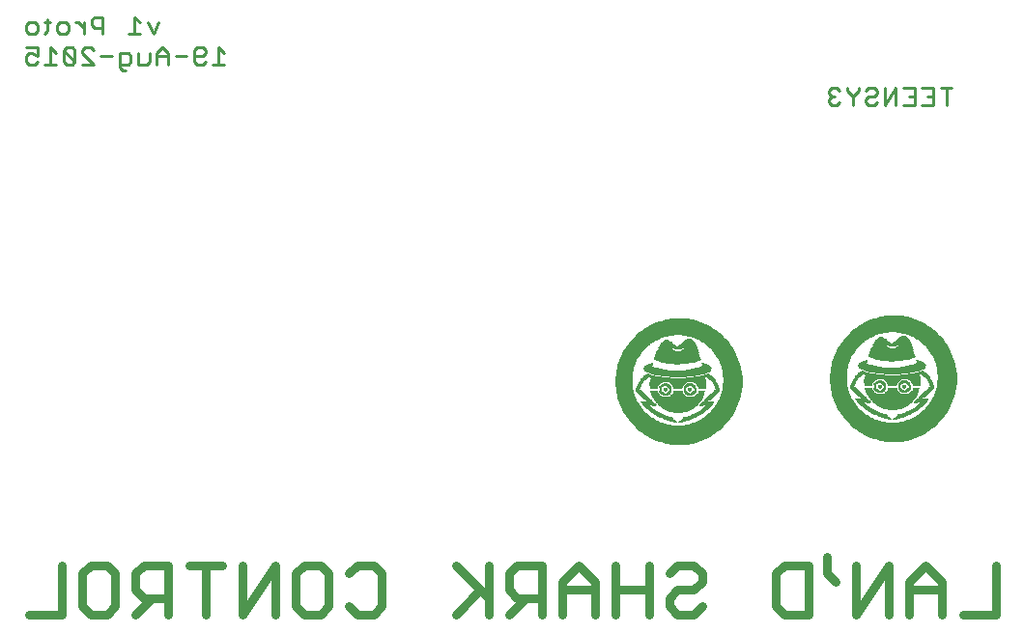
<source format=gbo>
G75*
%MOIN*%
%OFA0B0*%
%FSLAX24Y24*%
%IPPOS*%
%LPD*%
%AMOC8*
5,1,8,0,0,1.08239X$1,22.5*
%
%ADD10C,0.0300*%
%ADD11C,0.0110*%
%ADD12R,0.0120X0.0010*%
%ADD13R,0.0420X0.0010*%
%ADD14R,0.0560X0.0010*%
%ADD15R,0.0680X0.0010*%
%ADD16R,0.0780X0.0010*%
%ADD17R,0.0880X0.0010*%
%ADD18R,0.0960X0.0010*%
%ADD19R,0.1020X0.0010*%
%ADD20R,0.1100X0.0010*%
%ADD21R,0.1160X0.0010*%
%ADD22R,0.1220X0.0010*%
%ADD23R,0.1290X0.0010*%
%ADD24R,0.1360X0.0010*%
%ADD25R,0.1410X0.0010*%
%ADD26R,0.1450X0.0010*%
%ADD27R,0.1500X0.0010*%
%ADD28R,0.1530X0.0010*%
%ADD29R,0.1570X0.0010*%
%ADD30R,0.1630X0.0010*%
%ADD31R,0.1670X0.0010*%
%ADD32R,0.1710X0.0010*%
%ADD33R,0.1750X0.0010*%
%ADD34R,0.1790X0.0010*%
%ADD35R,0.1820X0.0010*%
%ADD36R,0.1860X0.0010*%
%ADD37R,0.1890X0.0010*%
%ADD38R,0.1930X0.0010*%
%ADD39R,0.1950X0.0010*%
%ADD40R,0.1990X0.0010*%
%ADD41R,0.2030X0.0010*%
%ADD42R,0.2050X0.0010*%
%ADD43R,0.2090X0.0010*%
%ADD44R,0.2120X0.0010*%
%ADD45R,0.0910X0.0010*%
%ADD46R,0.0860X0.0010*%
%ADD47R,0.0790X0.0010*%
%ADD48R,0.0760X0.0010*%
%ADD49R,0.0770X0.0010*%
%ADD50R,0.0740X0.0010*%
%ADD51R,0.0710X0.0010*%
%ADD52R,0.0720X0.0010*%
%ADD53R,0.0690X0.0010*%
%ADD54R,0.0670X0.0010*%
%ADD55R,0.0650X0.0010*%
%ADD56R,0.0630X0.0010*%
%ADD57R,0.0610X0.0010*%
%ADD58R,0.0050X0.0010*%
%ADD59R,0.0620X0.0010*%
%ADD60R,0.0600X0.0010*%
%ADD61R,0.0090X0.0010*%
%ADD62R,0.0080X0.0010*%
%ADD63R,0.0110X0.0010*%
%ADD64R,0.0590X0.0010*%
%ADD65R,0.0580X0.0010*%
%ADD66R,0.0150X0.0010*%
%ADD67R,0.0140X0.0010*%
%ADD68R,0.0570X0.0010*%
%ADD69R,0.0180X0.0010*%
%ADD70R,0.0190X0.0010*%
%ADD71R,0.0200X0.0010*%
%ADD72R,0.0550X0.0010*%
%ADD73R,0.0210X0.0010*%
%ADD74R,0.0220X0.0010*%
%ADD75R,0.0540X0.0010*%
%ADD76R,0.0230X0.0010*%
%ADD77R,0.0240X0.0010*%
%ADD78R,0.0250X0.0010*%
%ADD79R,0.0260X0.0010*%
%ADD80R,0.0530X0.0010*%
%ADD81R,0.0280X0.0010*%
%ADD82R,0.0270X0.0010*%
%ADD83R,0.0520X0.0010*%
%ADD84R,0.0290X0.0010*%
%ADD85R,0.0310X0.0010*%
%ADD86R,0.0300X0.0010*%
%ADD87R,0.0510X0.0010*%
%ADD88R,0.0320X0.0010*%
%ADD89R,0.0500X0.0010*%
%ADD90R,0.0340X0.0010*%
%ADD91R,0.0330X0.0010*%
%ADD92R,0.0350X0.0010*%
%ADD93R,0.0490X0.0010*%
%ADD94R,0.0360X0.0010*%
%ADD95R,0.0370X0.0010*%
%ADD96R,0.0480X0.0010*%
%ADD97R,0.0470X0.0010*%
%ADD98R,0.0460X0.0010*%
%ADD99R,0.0450X0.0010*%
%ADD100R,0.0440X0.0010*%
%ADD101R,0.0430X0.0010*%
%ADD102R,0.0410X0.0010*%
%ADD103R,0.0750X0.0010*%
%ADD104R,0.0640X0.0010*%
%ADD105R,0.0730X0.0010*%
%ADD106R,0.0700X0.0010*%
%ADD107R,0.0400X0.0010*%
%ADD108R,0.0830X0.0010*%
%ADD109R,0.0870X0.0010*%
%ADD110R,0.0390X0.0010*%
%ADD111R,0.0660X0.0010*%
%ADD112R,0.0990X0.0010*%
%ADD113R,0.1010X0.0010*%
%ADD114R,0.1040X0.0010*%
%ADD115R,0.1070X0.0010*%
%ADD116R,0.1130X0.0010*%
%ADD117R,0.0380X0.0010*%
%ADD118R,0.1190X0.0010*%
%ADD119R,0.0170X0.0010*%
%ADD120R,0.1250X0.0010*%
%ADD121R,0.1270X0.0010*%
%ADD122R,0.0160X0.0010*%
%ADD123R,0.1310X0.0010*%
%ADD124R,0.1330X0.0010*%
%ADD125R,0.1350X0.0010*%
%ADD126R,0.1370X0.0010*%
%ADD127R,0.1390X0.0010*%
%ADD128R,0.1430X0.0010*%
%ADD129R,0.1470X0.0010*%
%ADD130R,0.1480X0.0010*%
%ADD131R,0.1510X0.0010*%
%ADD132R,0.0030X0.0010*%
%ADD133R,0.1540X0.0010*%
%ADD134R,0.1550X0.0010*%
%ADD135R,0.1590X0.0010*%
%ADD136R,0.1600X0.0010*%
%ADD137R,0.1610X0.0010*%
%ADD138R,0.1640X0.0010*%
%ADD139R,0.1660X0.0010*%
%ADD140R,0.1680X0.0010*%
%ADD141R,0.1690X0.0010*%
%ADD142R,0.1700X0.0010*%
%ADD143R,0.1720X0.0010*%
%ADD144R,0.1230X0.0010*%
%ADD145R,0.0020X0.0010*%
%ADD146R,0.0130X0.0010*%
%ADD147R,0.0100X0.0010*%
%ADD148R,0.0040X0.0010*%
%ADD149R,0.0010X0.0010*%
%ADD150R,0.0070X0.0010*%
%ADD151R,0.0060X0.0010*%
%ADD152R,0.1340X0.0010*%
%ADD153R,0.1920X0.0010*%
%ADD154R,0.1910X0.0010*%
%ADD155R,0.1900X0.0010*%
%ADD156R,0.1880X0.0010*%
%ADD157R,0.1050X0.0010*%
%ADD158R,0.1210X0.0010*%
%ADD159R,0.1580X0.0010*%
%ADD160R,0.1730X0.0010*%
%ADD161R,0.1810X0.0010*%
%ADD162R,0.1870X0.0010*%
%ADD163R,0.1960X0.0010*%
%ADD164R,0.2130X0.0010*%
%ADD165R,0.2170X0.0010*%
%ADD166R,0.2190X0.0010*%
%ADD167R,0.2210X0.0010*%
%ADD168R,0.1080X0.0010*%
%ADD169R,0.1000X0.0010*%
%ADD170R,0.0940X0.0010*%
%ADD171R,0.0800X0.0010*%
%ADD172R,0.0810X0.0010*%
%ADD173R,0.1170X0.0010*%
%ADD174R,0.1280X0.0010*%
%ADD175R,0.1560X0.0010*%
%ADD176R,0.1520X0.0010*%
%ADD177R,0.1460X0.0010*%
%ADD178R,0.1440X0.0010*%
%ADD179R,0.0820X0.0010*%
%ADD180R,0.0930X0.0010*%
%ADD181R,0.2110X0.0010*%
%ADD182R,0.2080X0.0010*%
%ADD183R,0.2020X0.0010*%
%ADD184R,0.1850X0.0010*%
%ADD185R,0.1780X0.0010*%
%ADD186R,0.1740X0.0010*%
%ADD187R,0.1650X0.0010*%
%ADD188R,0.1490X0.0010*%
%ADD189R,0.1380X0.0010*%
%ADD190C,0.0500*%
D10*
X001418Y000917D02*
X002552Y000917D01*
X002552Y002618D01*
X003260Y002335D02*
X003543Y002618D01*
X004110Y002618D01*
X004394Y002335D01*
X004394Y001200D01*
X004110Y000917D01*
X003543Y000917D01*
X003260Y001200D01*
X003260Y002335D01*
X005101Y002335D02*
X005101Y001767D01*
X005385Y001484D01*
X006236Y001484D01*
X005668Y001484D02*
X005101Y000917D01*
X006236Y000917D02*
X006236Y002618D01*
X005385Y002618D01*
X005101Y002335D01*
X006943Y002618D02*
X008077Y002618D01*
X007510Y002618D02*
X007510Y000917D01*
X008784Y000917D02*
X008784Y002618D01*
X009919Y002618D02*
X008784Y000917D01*
X009919Y000917D02*
X009919Y002618D01*
X010626Y002335D02*
X010910Y002618D01*
X011477Y002618D01*
X011760Y002335D01*
X011760Y001200D01*
X011477Y000917D01*
X010910Y000917D01*
X010626Y001200D01*
X010626Y002335D01*
X012468Y002335D02*
X012751Y002618D01*
X013318Y002618D01*
X013602Y002335D01*
X013602Y001200D01*
X013318Y000917D01*
X012751Y000917D01*
X012468Y001200D01*
X016151Y000917D02*
X017001Y001767D01*
X017285Y001484D02*
X016151Y002618D01*
X017285Y002618D02*
X017285Y000917D01*
X017992Y000917D02*
X018559Y001484D01*
X018276Y001484D02*
X019127Y001484D01*
X019127Y000917D02*
X019127Y002618D01*
X018276Y002618D01*
X017992Y002335D01*
X017992Y001767D01*
X018276Y001484D01*
X019834Y001767D02*
X020968Y001767D01*
X020968Y002051D02*
X020401Y002618D01*
X019834Y002051D01*
X019834Y000917D01*
X020968Y000917D02*
X020968Y002051D01*
X021675Y001767D02*
X022810Y001767D01*
X023517Y001484D02*
X023517Y001200D01*
X023801Y000917D01*
X024368Y000917D01*
X024651Y001200D01*
X024368Y001767D02*
X023801Y001767D01*
X023517Y001484D01*
X024368Y001767D02*
X024651Y002051D01*
X024651Y002335D01*
X024368Y002618D01*
X023801Y002618D01*
X023517Y002335D01*
X022810Y002618D02*
X022810Y000917D01*
X021675Y000917D02*
X021675Y002618D01*
X027200Y002335D02*
X027200Y001200D01*
X027484Y000917D01*
X028334Y000917D01*
X028334Y002618D01*
X027484Y002618D01*
X027200Y002335D01*
X028972Y002335D02*
X029255Y002051D01*
X028972Y002335D02*
X028972Y002902D01*
X029963Y002618D02*
X029963Y000917D01*
X031097Y002618D01*
X031097Y000917D01*
X031804Y000917D02*
X031804Y002051D01*
X032371Y002618D01*
X032938Y002051D01*
X032938Y000917D01*
X033646Y000917D02*
X034780Y000917D01*
X034780Y002618D01*
X032938Y001767D02*
X031804Y001767D01*
D11*
X031986Y018522D02*
X031592Y018522D01*
X031341Y018522D02*
X031341Y019112D01*
X030948Y018522D01*
X030948Y019112D01*
X030697Y019014D02*
X030697Y018915D01*
X030598Y018817D01*
X030402Y018817D01*
X030303Y018719D01*
X030303Y018620D01*
X030402Y018522D01*
X030598Y018522D01*
X030697Y018620D01*
X030697Y019014D02*
X030598Y019112D01*
X030402Y019112D01*
X030303Y019014D01*
X030052Y019014D02*
X029855Y018817D01*
X029855Y018522D01*
X029855Y018817D02*
X029659Y019014D01*
X029659Y019112D01*
X029408Y019014D02*
X029309Y019112D01*
X029112Y019112D01*
X029014Y019014D01*
X029014Y018915D01*
X029112Y018817D01*
X029014Y018719D01*
X029014Y018620D01*
X029112Y018522D01*
X029309Y018522D01*
X029408Y018620D01*
X029211Y018817D02*
X029112Y018817D01*
X030052Y019014D02*
X030052Y019112D01*
X031592Y019112D02*
X031986Y019112D01*
X031986Y018522D01*
X032237Y018522D02*
X032630Y018522D01*
X032630Y019112D01*
X032237Y019112D01*
X032434Y018817D02*
X032630Y018817D01*
X032881Y019112D02*
X033275Y019112D01*
X033078Y019112D02*
X033078Y018522D01*
X031986Y018817D02*
X031789Y018817D01*
X008165Y019922D02*
X007771Y019922D01*
X007968Y019922D02*
X007968Y020512D01*
X008165Y020315D01*
X007521Y020315D02*
X007422Y020217D01*
X007127Y020217D01*
X007127Y020020D02*
X007127Y020414D01*
X007225Y020512D01*
X007422Y020512D01*
X007521Y020414D01*
X007521Y020315D01*
X007521Y020020D02*
X007422Y019922D01*
X007225Y019922D01*
X007127Y020020D01*
X006876Y020217D02*
X006482Y020217D01*
X006231Y020217D02*
X005838Y020217D01*
X005838Y020315D02*
X005838Y019922D01*
X005587Y020020D02*
X005488Y019922D01*
X005193Y019922D01*
X005193Y020315D01*
X004942Y020217D02*
X004942Y020020D01*
X004844Y019922D01*
X004549Y019922D01*
X004549Y019823D02*
X004549Y020315D01*
X004844Y020315D01*
X004942Y020217D01*
X004745Y019725D02*
X004647Y019725D01*
X004549Y019823D01*
X004298Y020217D02*
X003904Y020217D01*
X003653Y020414D02*
X003555Y020512D01*
X003358Y020512D01*
X003260Y020414D01*
X003260Y020315D01*
X003653Y019922D01*
X003260Y019922D01*
X003009Y020020D02*
X002615Y020414D01*
X002615Y020020D01*
X002713Y019922D01*
X002910Y019922D01*
X003009Y020020D01*
X003009Y020414D01*
X002910Y020512D01*
X002713Y020512D01*
X002615Y020414D01*
X002364Y020315D02*
X002167Y020512D01*
X002167Y019922D01*
X002364Y019922D02*
X001970Y019922D01*
X001720Y020020D02*
X001621Y019922D01*
X001424Y019922D01*
X001326Y020020D01*
X001326Y020217D01*
X001424Y020315D01*
X001523Y020315D01*
X001720Y020217D01*
X001720Y020512D01*
X001326Y020512D01*
X001424Y020972D02*
X001326Y021070D01*
X001326Y021267D01*
X001424Y021365D01*
X001621Y021365D01*
X001720Y021267D01*
X001720Y021070D01*
X001621Y020972D01*
X001424Y020972D01*
X001952Y020972D02*
X002051Y021070D01*
X002051Y021464D01*
X002149Y021365D02*
X001952Y021365D01*
X002400Y021267D02*
X002400Y021070D01*
X002499Y020972D01*
X002695Y020972D01*
X002794Y021070D01*
X002794Y021267D01*
X002695Y021365D01*
X002499Y021365D01*
X002400Y021267D01*
X003036Y021365D02*
X003134Y021365D01*
X003331Y021169D01*
X003331Y021365D02*
X003331Y020972D01*
X003582Y021267D02*
X003680Y021169D01*
X003975Y021169D01*
X003975Y020972D02*
X003975Y021562D01*
X003680Y021562D01*
X003582Y021464D01*
X003582Y021267D01*
X004871Y020972D02*
X005265Y020972D01*
X005068Y020972D02*
X005068Y021562D01*
X005265Y021365D01*
X005515Y021365D02*
X005712Y020972D01*
X005909Y021365D01*
X006035Y020512D02*
X005838Y020315D01*
X005587Y020315D02*
X005587Y020020D01*
X006231Y019922D02*
X006231Y020315D01*
X006035Y020512D01*
D12*
X022447Y008707D03*
X023387Y008687D03*
X023387Y008677D03*
X023387Y008667D03*
X023387Y008657D03*
X023507Y008557D03*
X023387Y008477D03*
X023507Y008787D03*
X023737Y008617D03*
X024117Y008557D03*
X024127Y008547D03*
X024237Y008637D03*
X024237Y008687D03*
X024237Y008697D03*
X024127Y008797D03*
X024367Y008787D03*
X024367Y008557D03*
X025167Y008747D03*
X025177Y008717D03*
X025187Y008687D03*
X024717Y009557D03*
X023917Y007557D03*
X023807Y007097D03*
X029847Y008807D03*
X030787Y008787D03*
X030787Y008777D03*
X030787Y008767D03*
X030787Y008757D03*
X030907Y008657D03*
X030787Y008577D03*
X031137Y008717D03*
X030907Y008887D03*
X031527Y008897D03*
X031637Y008797D03*
X031637Y008787D03*
X031637Y008737D03*
X031527Y008647D03*
X031517Y008657D03*
X031767Y008657D03*
X031767Y008887D03*
X032567Y008847D03*
X032577Y008817D03*
X032587Y008787D03*
X032117Y009657D03*
X031317Y007657D03*
X031207Y007197D03*
D13*
X031207Y007207D03*
X030207Y008287D03*
X030197Y008297D03*
X030187Y008307D03*
X029857Y008017D03*
X029877Y007987D03*
X029887Y007977D03*
X029897Y007967D03*
X029907Y007957D03*
X031227Y008947D03*
X032157Y009537D03*
X032577Y010157D03*
X032567Y010167D03*
X032557Y010177D03*
X031667Y010207D03*
X031587Y010387D03*
X031217Y010227D03*
X030847Y010347D03*
X031217Y010977D03*
X029887Y010197D03*
X029877Y010187D03*
X029867Y010177D03*
X029857Y010167D03*
X029847Y010147D03*
X029837Y010137D03*
X032217Y008287D03*
X032227Y008297D03*
X032537Y007977D03*
X032527Y007967D03*
X032897Y008527D03*
X032897Y008537D03*
X032897Y008547D03*
X025497Y008447D03*
X025497Y008437D03*
X025497Y008427D03*
X024827Y008197D03*
X024817Y008187D03*
X025137Y007877D03*
X025127Y007867D03*
X023807Y007107D03*
X022807Y008187D03*
X022797Y008197D03*
X022787Y008207D03*
X022457Y007917D03*
X022477Y007887D03*
X022487Y007877D03*
X022497Y007867D03*
X022507Y007857D03*
X023827Y008847D03*
X024757Y009437D03*
X025177Y010057D03*
X025167Y010067D03*
X025157Y010077D03*
X024267Y010107D03*
X024187Y010287D03*
X023817Y010127D03*
X023447Y010247D03*
X023817Y010877D03*
X022487Y010097D03*
X022477Y010087D03*
X022467Y010077D03*
X022457Y010067D03*
X022447Y010047D03*
X022437Y010037D03*
D14*
X022797Y010377D03*
X024817Y010387D03*
X023817Y008437D03*
X023817Y007917D03*
X023817Y007117D03*
X024807Y007587D03*
X025427Y008157D03*
X022807Y007597D03*
X030207Y007697D03*
X031217Y008017D03*
X031217Y008537D03*
X032207Y007687D03*
X032827Y008257D03*
X031217Y007217D03*
X030197Y010477D03*
X032217Y010487D03*
D15*
X032037Y010587D03*
X030387Y010587D03*
X030397Y009457D03*
X030617Y009167D03*
X032767Y008087D03*
X031207Y007227D03*
X025367Y007987D03*
X023807Y007127D03*
X023217Y009067D03*
X022997Y009357D03*
X022987Y010487D03*
X024637Y010487D03*
D16*
X024537Y010527D03*
X023817Y007957D03*
X023807Y007137D03*
X031207Y007237D03*
X031217Y008057D03*
X031937Y010627D03*
D17*
X031917Y009437D03*
X031207Y007247D03*
X024517Y009337D03*
X023807Y007147D03*
D18*
X023817Y007157D03*
X023817Y007997D03*
X031217Y008097D03*
X031217Y007257D03*
D19*
X031217Y007267D03*
X023817Y007167D03*
D20*
X023807Y007177D03*
X023817Y008047D03*
X031217Y008147D03*
X031207Y007277D03*
D21*
X031207Y007287D03*
X031217Y008167D03*
X031217Y010897D03*
X023817Y010797D03*
X023817Y008067D03*
X023807Y007187D03*
D22*
X023807Y007197D03*
X023817Y008087D03*
X023807Y009637D03*
X023817Y010787D03*
X031217Y010887D03*
X031207Y009737D03*
X031217Y008187D03*
X031207Y007297D03*
D23*
X031212Y007307D03*
X031212Y008217D03*
X023812Y008117D03*
X023812Y007207D03*
D24*
X023817Y007217D03*
X031217Y007317D03*
D25*
X031212Y007327D03*
X031212Y008277D03*
X031222Y009767D03*
X023822Y009667D03*
X023812Y008177D03*
X023812Y007227D03*
D26*
X023812Y007237D03*
X023812Y008197D03*
X023812Y009957D03*
X031212Y010057D03*
X031212Y008297D03*
X031212Y007337D03*
D27*
X031207Y007347D03*
X031217Y008327D03*
X031207Y009977D03*
X031207Y009987D03*
X023807Y009887D03*
X023807Y009877D03*
X023817Y008227D03*
X023807Y007247D03*
D28*
X023812Y007257D03*
X023812Y008247D03*
X023832Y009687D03*
X023802Y009827D03*
X023802Y009837D03*
X023812Y010727D03*
X031212Y010827D03*
X031202Y009937D03*
X031202Y009927D03*
X031232Y009787D03*
X031212Y008347D03*
X031212Y007357D03*
D29*
X031212Y007367D03*
X031212Y008377D03*
X031202Y009847D03*
X031202Y009857D03*
X031202Y009867D03*
X031212Y010817D03*
X023812Y010717D03*
X023802Y009767D03*
X023802Y009757D03*
X023802Y009747D03*
X023812Y008277D03*
X023812Y007267D03*
D30*
X023812Y007277D03*
X023812Y008317D03*
X031212Y008417D03*
X031212Y007377D03*
D31*
X031212Y007387D03*
X031212Y008447D03*
X031212Y009297D03*
X023812Y009197D03*
X023812Y008347D03*
X023812Y007287D03*
D32*
X023812Y007297D03*
X023812Y008387D03*
X031212Y008487D03*
X031212Y007397D03*
D33*
X031212Y007407D03*
X023812Y007307D03*
D34*
X023812Y007317D03*
X031212Y007417D03*
D35*
X031217Y007427D03*
X023817Y007327D03*
D36*
X023807Y007337D03*
X031207Y007437D03*
D37*
X031212Y007447D03*
X031212Y009137D03*
X031212Y009147D03*
X031212Y010737D03*
X023812Y010637D03*
X023812Y009047D03*
X023812Y009037D03*
X023812Y007347D03*
D38*
X023812Y007357D03*
X031212Y007457D03*
D39*
X031212Y007467D03*
X031212Y010717D03*
X023812Y010617D03*
X023812Y007367D03*
D40*
X023812Y007377D03*
X023812Y009247D03*
X023812Y010607D03*
X031212Y010707D03*
X031212Y009347D03*
X031212Y007477D03*
D41*
X031212Y007487D03*
X031212Y009357D03*
X023812Y009257D03*
X023812Y007387D03*
D42*
X023812Y007397D03*
X023812Y010587D03*
X031212Y010687D03*
X031212Y007497D03*
D43*
X031212Y007507D03*
X031212Y009367D03*
X023812Y009267D03*
X023812Y007407D03*
D44*
X023817Y007417D03*
X031217Y007517D03*
D45*
X031212Y008087D03*
X030592Y007527D03*
X031832Y007527D03*
X031202Y009697D03*
X024432Y007427D03*
X023812Y007987D03*
X023192Y007427D03*
X023802Y009597D03*
D46*
X024467Y010547D03*
X023817Y010837D03*
X023157Y007437D03*
X024477Y007437D03*
X030557Y007537D03*
X031877Y007537D03*
X031867Y010647D03*
X031217Y010937D03*
D47*
X031212Y010947D03*
X030492Y010627D03*
X030502Y007547D03*
X031922Y007547D03*
X024522Y007447D03*
X023102Y007447D03*
X023092Y010527D03*
X023812Y010847D03*
D48*
X023067Y010517D03*
X025327Y007907D03*
X025327Y007897D03*
X024547Y007457D03*
X030467Y010617D03*
X032727Y008007D03*
X032727Y007997D03*
X031947Y007557D03*
D49*
X032722Y007987D03*
X030482Y007557D03*
X025322Y007887D03*
X023082Y007457D03*
D50*
X023057Y007467D03*
X023817Y007947D03*
X024577Y007467D03*
X025337Y007927D03*
X024597Y009357D03*
X030457Y007567D03*
X031217Y008047D03*
X031977Y007567D03*
X032737Y008027D03*
X031997Y009457D03*
D51*
X032752Y008057D03*
X032002Y007577D03*
X025352Y007957D03*
X024602Y007477D03*
D52*
X025347Y007947D03*
X023807Y008937D03*
X023797Y009577D03*
X024587Y010507D03*
X023027Y007477D03*
X030427Y007577D03*
X031207Y009037D03*
X031197Y009677D03*
X031987Y010607D03*
X032747Y008047D03*
D53*
X032762Y008077D03*
X032022Y007587D03*
X030402Y007587D03*
X031812Y009167D03*
X025362Y007977D03*
X024622Y007487D03*
X023002Y007487D03*
X024412Y009067D03*
D54*
X024642Y009377D03*
X023432Y009987D03*
X022972Y010477D03*
X024662Y010477D03*
X025372Y007997D03*
X024642Y007497D03*
X022982Y007497D03*
X022962Y007507D03*
X030362Y007607D03*
X030382Y007597D03*
X032042Y007597D03*
X032772Y008097D03*
X032042Y009477D03*
X030832Y010087D03*
X030372Y010577D03*
X032062Y010577D03*
D55*
X030342Y010567D03*
X032782Y008127D03*
X032082Y007617D03*
X032062Y007607D03*
X030342Y007617D03*
X025382Y008027D03*
X024682Y007517D03*
X024662Y007507D03*
X022942Y007517D03*
X022942Y010467D03*
D56*
X022922Y010457D03*
X023412Y009997D03*
X024142Y010167D03*
X024702Y010457D03*
X024722Y010447D03*
X023812Y008927D03*
X025392Y008057D03*
X025392Y008047D03*
X024702Y007527D03*
X022922Y007527D03*
X030322Y007627D03*
X032102Y007627D03*
X032792Y008147D03*
X032792Y008157D03*
X031212Y009027D03*
X030812Y010097D03*
X030322Y010557D03*
X031542Y010267D03*
X032102Y010557D03*
X032122Y010547D03*
D57*
X032152Y010527D03*
X031612Y010097D03*
X030812Y010107D03*
X030292Y010537D03*
X031212Y009227D03*
X032802Y008177D03*
X032122Y007637D03*
X025402Y008077D03*
X024722Y007537D03*
X023812Y009127D03*
X024212Y009997D03*
X024752Y010427D03*
X023412Y010007D03*
X022892Y010437D03*
D58*
X024682Y009577D03*
X024242Y008617D03*
X023872Y007537D03*
X023762Y007537D03*
X031162Y007637D03*
X031272Y007637D03*
X031642Y008717D03*
X032082Y009677D03*
D59*
X032067Y009487D03*
X032137Y010537D03*
X030307Y010547D03*
X032797Y008167D03*
X030307Y007637D03*
X025397Y008067D03*
X024667Y009387D03*
X024737Y010437D03*
X022907Y010447D03*
X022907Y007537D03*
D60*
X022887Y007547D03*
X024737Y007547D03*
X024757Y007557D03*
X025407Y008087D03*
X025407Y008097D03*
X022947Y009377D03*
X024147Y010177D03*
X024767Y010417D03*
X022877Y010427D03*
X030277Y010527D03*
X030347Y009477D03*
X031547Y010277D03*
X032167Y010517D03*
X032807Y008197D03*
X032807Y008187D03*
X032157Y007657D03*
X032137Y007647D03*
X030287Y007647D03*
D61*
X031292Y007647D03*
X031472Y008717D03*
X031472Y008727D03*
X031472Y008737D03*
X031462Y008757D03*
X031462Y008767D03*
X031462Y008777D03*
X031462Y008787D03*
X031472Y008817D03*
X031472Y008827D03*
X031482Y008847D03*
X031802Y008837D03*
X031812Y008817D03*
X031812Y008807D03*
X031812Y008737D03*
X031812Y008727D03*
X031802Y008717D03*
X031802Y008707D03*
X030962Y008727D03*
X030962Y008737D03*
X030962Y008747D03*
X030962Y008757D03*
X030962Y008767D03*
X030962Y008777D03*
X030962Y008787D03*
X030962Y008797D03*
X030962Y008807D03*
X030952Y008827D03*
X030952Y008837D03*
X030952Y008717D03*
X030952Y008707D03*
X030782Y008817D03*
X030622Y008827D03*
X030622Y008837D03*
X030612Y008797D03*
X030612Y008787D03*
X030612Y008777D03*
X030612Y008767D03*
X030612Y008757D03*
X030622Y008727D03*
X030622Y008717D03*
X030632Y008697D03*
X030792Y009037D03*
X030182Y009287D03*
X030842Y010477D03*
X032102Y009667D03*
X024702Y009567D03*
X024402Y008737D03*
X024412Y008717D03*
X024412Y008707D03*
X024412Y008637D03*
X024412Y008627D03*
X024402Y008617D03*
X024402Y008607D03*
X024072Y008617D03*
X024072Y008627D03*
X024072Y008637D03*
X024062Y008657D03*
X024062Y008667D03*
X024062Y008677D03*
X024062Y008687D03*
X024072Y008717D03*
X024072Y008727D03*
X024082Y008747D03*
X023562Y008707D03*
X023562Y008697D03*
X023562Y008687D03*
X023562Y008677D03*
X023562Y008667D03*
X023562Y008657D03*
X023562Y008647D03*
X023562Y008637D03*
X023562Y008627D03*
X023552Y008617D03*
X023552Y008607D03*
X023552Y008727D03*
X023552Y008737D03*
X023382Y008717D03*
X023222Y008727D03*
X023222Y008737D03*
X023212Y008697D03*
X023212Y008687D03*
X023212Y008677D03*
X023212Y008667D03*
X023212Y008657D03*
X023222Y008627D03*
X023222Y008617D03*
X023232Y008597D03*
X023392Y008937D03*
X022782Y009187D03*
X023442Y010377D03*
X023892Y007547D03*
D62*
X023737Y007547D03*
X023387Y008627D03*
X023217Y008637D03*
X023217Y008647D03*
X023217Y008707D03*
X023217Y008717D03*
X024067Y008707D03*
X024067Y008697D03*
X024067Y008647D03*
X024237Y008627D03*
X024417Y008647D03*
X024417Y008657D03*
X024417Y008667D03*
X024417Y008677D03*
X024417Y008687D03*
X024417Y008697D03*
X024407Y008727D03*
X022917Y009567D03*
X023807Y010067D03*
X030317Y009667D03*
X031207Y010167D03*
X031467Y008807D03*
X031467Y008797D03*
X031467Y008747D03*
X031637Y008727D03*
X031817Y008747D03*
X031817Y008757D03*
X031817Y008767D03*
X031817Y008777D03*
X031817Y008787D03*
X031817Y008797D03*
X031807Y008827D03*
X030787Y008727D03*
X030617Y008737D03*
X030617Y008747D03*
X030617Y008807D03*
X030617Y008817D03*
X031137Y007647D03*
D63*
X031112Y007657D03*
X030922Y008667D03*
X030932Y008677D03*
X030792Y008747D03*
X030782Y008797D03*
X030662Y008887D03*
X030652Y008877D03*
X030642Y008867D03*
X030652Y008667D03*
X030662Y008657D03*
X030922Y008877D03*
X030932Y008867D03*
X031212Y009217D03*
X031512Y008887D03*
X031502Y008877D03*
X031502Y008667D03*
X031772Y008667D03*
X031782Y008677D03*
X031792Y008687D03*
X031612Y010507D03*
X031212Y010987D03*
X024212Y010407D03*
X023812Y010887D03*
X023812Y009117D03*
X024112Y008787D03*
X024102Y008777D03*
X024102Y008567D03*
X024372Y008567D03*
X024382Y008577D03*
X024392Y008587D03*
X023532Y008577D03*
X023522Y008567D03*
X023392Y008647D03*
X023382Y008697D03*
X023262Y008787D03*
X023252Y008777D03*
X023242Y008767D03*
X023252Y008567D03*
X023262Y008557D03*
X023522Y008777D03*
X023532Y008767D03*
X023712Y007557D03*
D64*
X022872Y007557D03*
X022852Y007567D03*
X023822Y008427D03*
X025412Y008107D03*
X024222Y010007D03*
X024152Y010187D03*
X024782Y010407D03*
X023402Y010017D03*
X022862Y010417D03*
X030262Y010517D03*
X030802Y010117D03*
X031552Y010287D03*
X031622Y010107D03*
X032182Y010507D03*
X031222Y008527D03*
X030272Y007657D03*
X030252Y007667D03*
X032812Y008207D03*
D65*
X032817Y008217D03*
X032817Y008227D03*
X032177Y007667D03*
X031217Y009017D03*
X032087Y009497D03*
X031557Y010297D03*
X030247Y010507D03*
X030237Y007677D03*
X025417Y008117D03*
X025417Y008127D03*
X024777Y007567D03*
X023817Y008917D03*
X024687Y009397D03*
X024157Y010197D03*
X022847Y010407D03*
X022837Y007577D03*
D66*
X023942Y007567D03*
X024632Y008127D03*
X024332Y008537D03*
X025032Y008987D03*
X025042Y008977D03*
X025052Y008967D03*
X025062Y008947D03*
X025072Y008937D03*
X025082Y008917D03*
X025092Y008907D03*
X025102Y008887D03*
X025182Y008657D03*
X024832Y009177D03*
X022612Y009007D03*
X022602Y008997D03*
X022592Y008987D03*
X022582Y008967D03*
X022572Y008957D03*
X022562Y008947D03*
X022552Y008927D03*
X022542Y008917D03*
X022532Y008897D03*
X029932Y008997D03*
X029942Y009017D03*
X029952Y009027D03*
X029962Y009047D03*
X029972Y009057D03*
X029982Y009067D03*
X029992Y009087D03*
X030002Y009097D03*
X030012Y009107D03*
X031732Y008637D03*
X032032Y008227D03*
X032582Y008757D03*
X032502Y008987D03*
X032492Y009007D03*
X032482Y009017D03*
X032472Y009037D03*
X032462Y009047D03*
X032452Y009067D03*
X032442Y009077D03*
X032432Y009087D03*
X032232Y009277D03*
X031342Y007667D03*
D67*
X031087Y007667D03*
X031217Y007977D03*
X030397Y008227D03*
X030897Y008647D03*
X030187Y009277D03*
X029957Y009037D03*
X029937Y009007D03*
X029927Y008987D03*
X029917Y008977D03*
X029917Y008967D03*
X029907Y008957D03*
X029897Y008937D03*
X029887Y008917D03*
X029877Y008887D03*
X029847Y008757D03*
X030267Y009637D03*
X030837Y010467D03*
X032137Y009647D03*
X032457Y009057D03*
X032477Y009027D03*
X032497Y008997D03*
X032507Y008977D03*
X032517Y008967D03*
X032517Y008957D03*
X032547Y008897D03*
X032587Y008767D03*
X025187Y008667D03*
X025147Y008797D03*
X025117Y008857D03*
X025117Y008867D03*
X025107Y008877D03*
X025097Y008897D03*
X025077Y008927D03*
X025057Y008957D03*
X024737Y009547D03*
X023437Y010367D03*
X022867Y009537D03*
X022787Y009177D03*
X022557Y008937D03*
X022537Y008907D03*
X022527Y008887D03*
X022517Y008877D03*
X022517Y008867D03*
X022507Y008857D03*
X022497Y008837D03*
X022487Y008817D03*
X022477Y008787D03*
X022447Y008657D03*
X022997Y008127D03*
X023497Y008547D03*
X023817Y007877D03*
X023687Y007567D03*
D68*
X022822Y007587D03*
X024492Y008947D03*
X025422Y008147D03*
X025422Y008137D03*
X024792Y007577D03*
X024232Y010017D03*
X024802Y010397D03*
X023402Y010027D03*
X022822Y010397D03*
X022812Y010387D03*
X030212Y010487D03*
X030222Y010497D03*
X030802Y010127D03*
X031632Y010117D03*
X032202Y010497D03*
X031892Y009047D03*
X032822Y008247D03*
X032822Y008237D03*
X032192Y007677D03*
X030222Y007687D03*
D69*
X030187Y008167D03*
X030177Y008177D03*
X030167Y008187D03*
X030187Y008417D03*
X030177Y008427D03*
X030167Y008437D03*
X030157Y008447D03*
X030117Y008477D03*
X030107Y008487D03*
X030097Y008497D03*
X030087Y008507D03*
X030077Y008517D03*
X030067Y008527D03*
X030057Y008537D03*
X030047Y008547D03*
X029857Y008727D03*
X030057Y009147D03*
X030067Y009157D03*
X030077Y009167D03*
X030087Y009177D03*
X030247Y009617D03*
X030837Y010457D03*
X032157Y009627D03*
X032357Y009167D03*
X032367Y009157D03*
X032377Y009147D03*
X032337Y008507D03*
X032327Y008497D03*
X032317Y008487D03*
X032307Y008477D03*
X032297Y008467D03*
X032287Y008457D03*
X032277Y008447D03*
X032247Y008177D03*
X032237Y008167D03*
X032227Y008157D03*
X031367Y007677D03*
X031057Y007677D03*
X030417Y008727D03*
X024977Y009047D03*
X024967Y009057D03*
X024957Y009067D03*
X024757Y009527D03*
X023437Y010357D03*
X022847Y009517D03*
X022687Y009077D03*
X022677Y009067D03*
X022667Y009057D03*
X022657Y009047D03*
X022457Y008627D03*
X022647Y008447D03*
X022657Y008437D03*
X022667Y008427D03*
X022677Y008417D03*
X022687Y008407D03*
X022697Y008397D03*
X022707Y008387D03*
X022717Y008377D03*
X022757Y008347D03*
X022767Y008337D03*
X022777Y008327D03*
X022787Y008317D03*
X022767Y008087D03*
X022777Y008077D03*
X022787Y008067D03*
X023017Y008627D03*
X023657Y007577D03*
X023967Y007577D03*
X024827Y008057D03*
X024837Y008067D03*
X024847Y008077D03*
X024877Y008347D03*
X024887Y008357D03*
X024897Y008367D03*
X024907Y008377D03*
X024917Y008387D03*
X024927Y008397D03*
X024937Y008407D03*
D70*
X024952Y008417D03*
X024962Y008427D03*
X024972Y008437D03*
X024982Y008447D03*
X024992Y008457D03*
X025002Y008467D03*
X025012Y008477D03*
X025022Y008487D03*
X025032Y008497D03*
X025172Y008627D03*
X024942Y009077D03*
X024812Y008047D03*
X024802Y008037D03*
X024792Y008027D03*
X024782Y008017D03*
X023992Y007587D03*
X022832Y008027D03*
X022822Y008037D03*
X022812Y008047D03*
X022802Y008057D03*
X022632Y008457D03*
X022622Y008467D03*
X022612Y008477D03*
X022602Y008487D03*
X022592Y008497D03*
X022582Y008507D03*
X022702Y009087D03*
X029982Y008607D03*
X029992Y008597D03*
X030002Y008587D03*
X030012Y008577D03*
X030022Y008567D03*
X030032Y008557D03*
X030202Y008157D03*
X030212Y008147D03*
X030222Y008137D03*
X030232Y008127D03*
X031392Y007687D03*
X032182Y008117D03*
X032192Y008127D03*
X032202Y008137D03*
X032212Y008147D03*
X032352Y008517D03*
X032362Y008527D03*
X032372Y008537D03*
X032382Y008547D03*
X032392Y008557D03*
X032402Y008567D03*
X032412Y008577D03*
X032422Y008587D03*
X032432Y008597D03*
X032572Y008727D03*
X032342Y009177D03*
X030102Y009187D03*
D71*
X030117Y009197D03*
X030197Y009267D03*
X030787Y008957D03*
X030787Y008587D03*
X030297Y008077D03*
X030267Y008097D03*
X030257Y008107D03*
X030247Y008117D03*
X029967Y008617D03*
X029957Y008627D03*
X029947Y008637D03*
X031037Y007687D03*
X031637Y008587D03*
X032147Y008087D03*
X032157Y008097D03*
X032167Y008107D03*
X032447Y008607D03*
X032457Y008617D03*
X032467Y008627D03*
X032567Y008717D03*
X032327Y009187D03*
X032227Y009267D03*
X032167Y009617D03*
X031607Y010487D03*
X031217Y010177D03*
X031057Y010267D03*
X025167Y008617D03*
X025067Y008527D03*
X025057Y008517D03*
X025047Y008507D03*
X024767Y008007D03*
X024757Y007997D03*
X024747Y007987D03*
X024237Y008487D03*
X023387Y008487D03*
X023387Y008857D03*
X022797Y009167D03*
X022717Y009097D03*
X022547Y008537D03*
X022557Y008527D03*
X022567Y008517D03*
X022847Y008017D03*
X022857Y008007D03*
X022867Y007997D03*
X022897Y007977D03*
X023637Y007587D03*
X024927Y009087D03*
X024827Y009167D03*
X024767Y009517D03*
X023817Y010077D03*
X023657Y010167D03*
X024207Y010387D03*
D72*
X024162Y010207D03*
X024832Y010377D03*
X023812Y010867D03*
X023392Y010037D03*
X022782Y010367D03*
X022922Y009387D03*
X023152Y009077D03*
X023812Y008907D03*
X024472Y009077D03*
X025432Y008177D03*
X025432Y008167D03*
X024822Y007597D03*
X022792Y007607D03*
X030192Y007707D03*
X031212Y009007D03*
X030552Y009177D03*
X030322Y009487D03*
X030792Y010137D03*
X030182Y010467D03*
X031212Y010967D03*
X031562Y010307D03*
X032232Y010477D03*
X031872Y009177D03*
X032832Y008277D03*
X032832Y008267D03*
X032222Y007697D03*
D73*
X032102Y008057D03*
X032132Y008077D03*
X032062Y008237D03*
X032482Y008637D03*
X032492Y008647D03*
X032522Y008667D03*
X032532Y008677D03*
X032542Y008687D03*
X032552Y008697D03*
X032562Y008707D03*
X032312Y009197D03*
X031642Y008957D03*
X030132Y009207D03*
X030222Y009597D03*
X030232Y009607D03*
X030842Y010447D03*
X029862Y008717D03*
X029912Y008667D03*
X029922Y008657D03*
X029932Y008647D03*
X030282Y008087D03*
X030312Y008067D03*
X031412Y007697D03*
X025162Y008607D03*
X025152Y008597D03*
X025142Y008587D03*
X025132Y008577D03*
X025122Y008567D03*
X025092Y008547D03*
X025082Y008537D03*
X024662Y008137D03*
X024732Y007977D03*
X024702Y007957D03*
X024012Y007597D03*
X022912Y007967D03*
X022882Y007987D03*
X022532Y008547D03*
X022522Y008557D03*
X022512Y008567D03*
X022462Y008617D03*
X022732Y009107D03*
X022822Y009497D03*
X022832Y009507D03*
X023442Y010347D03*
X024242Y008857D03*
X024912Y009097D03*
D74*
X024897Y009107D03*
X024877Y009117D03*
X024647Y008617D03*
X024637Y008607D03*
X024627Y008567D03*
X025107Y008557D03*
X024717Y007967D03*
X024687Y007947D03*
X024677Y007937D03*
X024647Y007917D03*
X023617Y007597D03*
X022967Y007927D03*
X022957Y007937D03*
X022937Y007947D03*
X022927Y007957D03*
X022967Y008137D03*
X022497Y008577D03*
X022487Y008587D03*
X022477Y008597D03*
X022467Y008607D03*
X022747Y009117D03*
X022817Y009487D03*
X029867Y008707D03*
X029877Y008697D03*
X029887Y008687D03*
X029897Y008677D03*
X030147Y009217D03*
X030217Y009587D03*
X030367Y008237D03*
X030327Y008057D03*
X030337Y008047D03*
X030357Y008037D03*
X030367Y008027D03*
X031017Y007697D03*
X032047Y008017D03*
X032077Y008037D03*
X032087Y008047D03*
X032117Y008067D03*
X032027Y008667D03*
X032037Y008707D03*
X032047Y008717D03*
X032507Y008657D03*
X032297Y009207D03*
X032277Y009217D03*
D75*
X032837Y008297D03*
X032837Y008287D03*
X032247Y007717D03*
X032237Y007707D03*
X030177Y007717D03*
X030867Y010277D03*
X031567Y010317D03*
X031637Y010127D03*
X032247Y010467D03*
X032257Y010457D03*
X032277Y010447D03*
X030167Y010457D03*
X030157Y010447D03*
X025437Y008197D03*
X025437Y008187D03*
X024847Y007617D03*
X024837Y007607D03*
X022777Y007617D03*
X024237Y010027D03*
X024167Y010217D03*
X024847Y010367D03*
X024857Y010357D03*
X024877Y010347D03*
X023467Y010177D03*
X022767Y010357D03*
X022757Y010347D03*
D76*
X023442Y010337D03*
X024212Y010377D03*
X023782Y009557D03*
X024242Y008847D03*
X024632Y008597D03*
X024632Y008587D03*
X024632Y008577D03*
X024622Y008557D03*
X024622Y008547D03*
X024612Y008537D03*
X024612Y008527D03*
X024242Y008497D03*
X024632Y007907D03*
X024622Y007897D03*
X024602Y007887D03*
X024572Y007867D03*
X024662Y007927D03*
X024032Y007607D03*
X023022Y007887D03*
X023012Y007897D03*
X022992Y007907D03*
X022982Y007917D03*
X023002Y008587D03*
X022992Y008607D03*
X022992Y008617D03*
X023392Y008497D03*
X024782Y009507D03*
X024792Y009497D03*
X030392Y008717D03*
X030392Y008707D03*
X030402Y008687D03*
X030792Y008597D03*
X031642Y008597D03*
X031642Y008947D03*
X032032Y008697D03*
X032032Y008687D03*
X032032Y008677D03*
X032022Y008657D03*
X032022Y008647D03*
X032012Y008637D03*
X032012Y008627D03*
X032062Y008027D03*
X032032Y008007D03*
X032022Y007997D03*
X032002Y007987D03*
X031972Y007967D03*
X031432Y007707D03*
X030422Y007987D03*
X030412Y007997D03*
X030392Y008007D03*
X030382Y008017D03*
X032192Y009597D03*
X032182Y009607D03*
X031182Y009657D03*
X030842Y010437D03*
X031612Y010477D03*
D77*
X032197Y009587D03*
X032057Y008827D03*
X032057Y008817D03*
X032057Y008807D03*
X032007Y008617D03*
X031997Y008607D03*
X031997Y008597D03*
X031987Y007977D03*
X031957Y007957D03*
X031937Y007947D03*
X030997Y007707D03*
X030477Y007957D03*
X030457Y007967D03*
X030437Y007977D03*
X030417Y008647D03*
X030417Y008657D03*
X030407Y008667D03*
X030407Y008677D03*
X030397Y008697D03*
X030787Y008947D03*
X030407Y009217D03*
X030207Y009577D03*
X024797Y009487D03*
X024657Y008727D03*
X024657Y008717D03*
X024657Y008707D03*
X024607Y008517D03*
X024597Y008507D03*
X024597Y008497D03*
X024587Y007877D03*
X024557Y007857D03*
X024537Y007847D03*
X023597Y007607D03*
X023077Y007857D03*
X023057Y007867D03*
X023037Y007877D03*
X023017Y008547D03*
X023017Y008557D03*
X023007Y008567D03*
X023007Y008577D03*
X022997Y008597D03*
X023387Y008847D03*
X023007Y009117D03*
X022807Y009477D03*
D78*
X022812Y009157D03*
X022982Y008717D03*
X023092Y007847D03*
X023112Y007837D03*
X023122Y007827D03*
X024052Y007617D03*
X024482Y007817D03*
X024502Y007827D03*
X024522Y007837D03*
X024582Y008477D03*
X024592Y008487D03*
X024652Y008737D03*
X024652Y008747D03*
X024622Y009117D03*
X024812Y009157D03*
X030212Y009257D03*
X030382Y008817D03*
X030492Y007947D03*
X030512Y007937D03*
X030522Y007927D03*
X031452Y007717D03*
X031882Y007917D03*
X031902Y007927D03*
X031922Y007937D03*
X031982Y008577D03*
X031992Y008587D03*
X032052Y008837D03*
X032052Y008847D03*
X032022Y009217D03*
X032212Y009257D03*
D79*
X032197Y009577D03*
X032047Y008867D03*
X032047Y008857D03*
X032087Y008247D03*
X030977Y007717D03*
X030567Y007907D03*
X030547Y007917D03*
X030437Y008617D03*
X030427Y008637D03*
X030387Y008827D03*
X030387Y008837D03*
X030787Y008937D03*
X030787Y008607D03*
X030207Y009567D03*
X031217Y010187D03*
X030847Y010427D03*
X031607Y010467D03*
X024797Y009477D03*
X024647Y008767D03*
X024647Y008757D03*
X024687Y008147D03*
X023577Y007617D03*
X023167Y007807D03*
X023147Y007817D03*
X023037Y008517D03*
X023027Y008537D03*
X022987Y008727D03*
X022987Y008737D03*
X023387Y008837D03*
X023387Y008507D03*
X022807Y009467D03*
X023447Y010327D03*
X023817Y010087D03*
X024207Y010367D03*
D80*
X024242Y010037D03*
X024892Y010337D03*
X024712Y009407D03*
X023392Y010047D03*
X022742Y010337D03*
X023812Y008447D03*
X022762Y007627D03*
X022752Y007637D03*
X024862Y007627D03*
X025442Y008207D03*
X030152Y007737D03*
X030162Y007727D03*
X031212Y008547D03*
X032262Y007727D03*
X032842Y008307D03*
X032112Y009507D03*
X031642Y010137D03*
X032292Y010437D03*
X030792Y010147D03*
X030142Y010437D03*
D81*
X030847Y010417D03*
X030387Y008857D03*
X030447Y008597D03*
X030457Y008587D03*
X030607Y007887D03*
X031477Y007727D03*
X031807Y007877D03*
X031817Y007887D03*
X031837Y007897D03*
X031957Y008547D03*
X031967Y008557D03*
X032037Y008887D03*
X032037Y008897D03*
X031217Y008817D03*
X024637Y008797D03*
X024637Y008787D03*
X024567Y008457D03*
X024557Y008447D03*
X023817Y008717D03*
X023057Y008487D03*
X023047Y008497D03*
X022987Y008757D03*
X023207Y007787D03*
X024077Y007627D03*
X024407Y007777D03*
X024417Y007787D03*
X024437Y007797D03*
X023447Y010317D03*
D82*
X022992Y008747D03*
X023032Y008527D03*
X023042Y008507D03*
X023182Y007797D03*
X023552Y007627D03*
X024462Y007807D03*
X024572Y008467D03*
X024642Y008777D03*
X024242Y008837D03*
X024242Y008507D03*
X030392Y008847D03*
X030432Y008627D03*
X030442Y008607D03*
X030582Y007897D03*
X030952Y007727D03*
X031862Y007907D03*
X031972Y008567D03*
X031642Y008607D03*
X031642Y008937D03*
X032042Y008877D03*
D83*
X031217Y008997D03*
X030307Y009497D03*
X030867Y010287D03*
X031567Y010327D03*
X032307Y010427D03*
X032317Y010417D03*
X030127Y010427D03*
X032847Y008327D03*
X032847Y008317D03*
X032287Y007747D03*
X032277Y007737D03*
X030137Y007747D03*
X025447Y008217D03*
X025447Y008227D03*
X024887Y007647D03*
X024877Y007637D03*
X023817Y008897D03*
X022907Y009397D03*
X022727Y010327D03*
X023467Y010187D03*
X024167Y010227D03*
X024907Y010327D03*
X024917Y010317D03*
X022737Y007647D03*
D84*
X023222Y007777D03*
X023532Y007637D03*
X024092Y007637D03*
X024382Y007767D03*
X024242Y008517D03*
X024242Y008827D03*
X024632Y008807D03*
X023812Y008747D03*
X023812Y008737D03*
X023062Y008477D03*
X022992Y008767D03*
X022992Y008777D03*
X022992Y008787D03*
X022992Y008797D03*
X022812Y009457D03*
X024202Y010357D03*
X030212Y009557D03*
X030392Y008897D03*
X030392Y008887D03*
X030392Y008877D03*
X030392Y008867D03*
X030462Y008577D03*
X030622Y007877D03*
X030932Y007737D03*
X031492Y007737D03*
X031782Y007867D03*
X031642Y008617D03*
X031642Y008927D03*
X032032Y008907D03*
X031212Y008847D03*
X031212Y008837D03*
X031602Y010457D03*
D85*
X031602Y010447D03*
X031222Y010197D03*
X031992Y009207D03*
X032202Y009247D03*
X032032Y008927D03*
X031642Y008917D03*
X031212Y008857D03*
X031222Y008697D03*
X031222Y008687D03*
X031932Y008527D03*
X031732Y007847D03*
X031712Y007837D03*
X031512Y007747D03*
X030692Y007847D03*
X030402Y008917D03*
X024802Y009147D03*
X024592Y009107D03*
X024632Y008827D03*
X024242Y008817D03*
X023812Y008757D03*
X023822Y008597D03*
X023822Y008587D03*
X024532Y008427D03*
X024332Y007747D03*
X024312Y007737D03*
X024112Y007647D03*
X023292Y007747D03*
X023002Y008817D03*
X023822Y010097D03*
X024202Y010347D03*
D86*
X023447Y010307D03*
X023037Y009107D03*
X022827Y009147D03*
X022997Y008807D03*
X023067Y008467D03*
X023077Y008457D03*
X023387Y008517D03*
X023387Y008827D03*
X023817Y008727D03*
X023817Y008607D03*
X024547Y008437D03*
X024627Y008817D03*
X024797Y009467D03*
X024357Y007757D03*
X023517Y007647D03*
X023267Y007757D03*
X023247Y007767D03*
X030227Y009247D03*
X030437Y009207D03*
X030397Y008907D03*
X030787Y008927D03*
X030787Y008617D03*
X030477Y008557D03*
X030467Y008567D03*
X030647Y007867D03*
X030667Y007857D03*
X030917Y007747D03*
X031757Y007857D03*
X031947Y008537D03*
X032027Y008917D03*
X032197Y009567D03*
X031217Y008827D03*
X031217Y008707D03*
X030847Y010407D03*
D87*
X030862Y010297D03*
X030782Y010157D03*
X030112Y010417D03*
X030102Y010407D03*
X031652Y010147D03*
X032332Y010407D03*
X031222Y008987D03*
X031212Y008557D03*
X030122Y007757D03*
X030112Y007767D03*
X032302Y007757D03*
X032852Y008337D03*
X025452Y008237D03*
X024902Y007657D03*
X023812Y008457D03*
X023822Y008887D03*
X024252Y010047D03*
X024932Y010307D03*
X023462Y010197D03*
X023382Y010057D03*
X022712Y010317D03*
X022702Y010307D03*
X022712Y007667D03*
X022722Y007657D03*
D88*
X023317Y007737D03*
X023497Y007657D03*
X024127Y007657D03*
X024237Y008527D03*
X023817Y008577D03*
X023807Y008767D03*
X023387Y008817D03*
X023387Y008527D03*
X023097Y008437D03*
X023087Y008447D03*
X023007Y008827D03*
X023007Y008837D03*
X022827Y009447D03*
X022107Y009307D03*
X022107Y009297D03*
X022097Y009257D03*
X022097Y009247D03*
X022097Y009237D03*
X022097Y009227D03*
X022087Y009167D03*
X022087Y009157D03*
X022087Y009147D03*
X022087Y009137D03*
X022087Y009127D03*
X022087Y009117D03*
X022087Y008867D03*
X022087Y008857D03*
X022087Y008847D03*
X022087Y008837D03*
X022087Y008827D03*
X022087Y008817D03*
X022097Y008757D03*
X022097Y008747D03*
X022097Y008737D03*
X022097Y008727D03*
X022097Y008717D03*
X022107Y008687D03*
X022107Y008677D03*
X022107Y008667D03*
X023447Y010297D03*
X024627Y008847D03*
X024627Y008837D03*
X025547Y008897D03*
X025547Y008907D03*
X025547Y008917D03*
X025547Y008927D03*
X025547Y008937D03*
X025547Y008947D03*
X025547Y008957D03*
X025547Y008967D03*
X025547Y008977D03*
X025547Y008987D03*
X025547Y008997D03*
X025547Y009007D03*
X025547Y009017D03*
X025547Y009027D03*
X025547Y009037D03*
X025547Y009047D03*
X025547Y009057D03*
X025547Y009067D03*
X025547Y009077D03*
X025547Y009087D03*
X025527Y009257D03*
X025517Y009317D03*
X025517Y009327D03*
X029487Y009267D03*
X029487Y009257D03*
X029487Y009247D03*
X029487Y009237D03*
X029487Y009227D03*
X029487Y009217D03*
X029497Y009327D03*
X029497Y009337D03*
X029497Y009347D03*
X029497Y009357D03*
X029507Y009397D03*
X029507Y009407D03*
X029487Y008967D03*
X029487Y008957D03*
X029487Y008947D03*
X029487Y008937D03*
X029487Y008927D03*
X029487Y008917D03*
X029497Y008857D03*
X029497Y008847D03*
X029497Y008837D03*
X029497Y008827D03*
X029497Y008817D03*
X029507Y008787D03*
X029507Y008777D03*
X029507Y008767D03*
X030407Y008927D03*
X030407Y008937D03*
X030787Y008917D03*
X030787Y008627D03*
X030497Y008537D03*
X030487Y008547D03*
X031217Y008677D03*
X031207Y008867D03*
X031637Y008627D03*
X032027Y008937D03*
X032027Y008947D03*
X032947Y008997D03*
X032947Y009007D03*
X032947Y009017D03*
X032947Y009027D03*
X032947Y009037D03*
X032947Y009047D03*
X032947Y009057D03*
X032947Y009067D03*
X032947Y009077D03*
X032947Y009087D03*
X032947Y009097D03*
X032947Y009107D03*
X032947Y009117D03*
X032947Y009127D03*
X032947Y009137D03*
X032947Y009147D03*
X032947Y009157D03*
X032947Y009167D03*
X032947Y009177D03*
X032947Y009187D03*
X032927Y009357D03*
X032917Y009417D03*
X032917Y009427D03*
X030847Y010397D03*
X030227Y009547D03*
X030717Y007837D03*
X030897Y007757D03*
X031527Y007757D03*
D89*
X032317Y007767D03*
X032327Y007777D03*
X032857Y008347D03*
X032857Y008357D03*
X032857Y008367D03*
X032127Y009517D03*
X031187Y009667D03*
X031227Y010257D03*
X031577Y010337D03*
X032337Y010397D03*
X031217Y008977D03*
X030087Y007787D03*
X030097Y007777D03*
X030067Y010377D03*
X030077Y010387D03*
X030087Y010397D03*
X025457Y008267D03*
X025457Y008257D03*
X025457Y008247D03*
X024927Y007677D03*
X024917Y007667D03*
X023817Y008877D03*
X023787Y009567D03*
X024727Y009417D03*
X024937Y010297D03*
X024177Y010237D03*
X023827Y010157D03*
X022687Y010297D03*
X022677Y010287D03*
X022667Y010277D03*
X022687Y007687D03*
X022697Y007677D03*
D90*
X023117Y008417D03*
X023387Y008807D03*
X023017Y008857D03*
X023017Y008867D03*
X023817Y008797D03*
X023817Y008557D03*
X024517Y008417D03*
X024607Y008877D03*
X024787Y009457D03*
X025427Y009627D03*
X025437Y009607D03*
X025437Y009597D03*
X025447Y009577D03*
X025457Y009557D03*
X025457Y009547D03*
X025457Y009537D03*
X025467Y009527D03*
X025467Y009517D03*
X025467Y009507D03*
X025477Y009487D03*
X025477Y009477D03*
X025537Y008777D03*
X025537Y008767D03*
X025537Y008757D03*
X025537Y008747D03*
X025537Y008737D03*
X025537Y008727D03*
X024257Y007717D03*
X024147Y007667D03*
X022187Y008387D03*
X022177Y008417D03*
X022167Y008447D03*
X022157Y008467D03*
X022157Y008477D03*
X022157Y008487D03*
X022147Y008507D03*
X022147Y008517D03*
X022127Y008587D03*
X022127Y009397D03*
X022137Y009437D03*
X022147Y009467D03*
X022147Y009477D03*
X022157Y009497D03*
X022157Y009507D03*
X022157Y009517D03*
X022167Y009537D03*
X022177Y009557D03*
X022177Y009567D03*
X022187Y009597D03*
X023447Y010287D03*
X029527Y009497D03*
X029537Y009537D03*
X029547Y009567D03*
X029547Y009577D03*
X029557Y009597D03*
X029557Y009607D03*
X029557Y009617D03*
X029567Y009637D03*
X029577Y009657D03*
X029577Y009667D03*
X029587Y009697D03*
X030417Y008967D03*
X030417Y008957D03*
X030787Y008907D03*
X031217Y008897D03*
X031217Y008657D03*
X030517Y008517D03*
X029587Y008487D03*
X029577Y008517D03*
X029567Y008547D03*
X029557Y008567D03*
X029557Y008577D03*
X029557Y008587D03*
X029547Y008607D03*
X029547Y008617D03*
X029527Y008687D03*
X031547Y007767D03*
X031657Y007817D03*
X031917Y008517D03*
X032007Y008977D03*
X032187Y009557D03*
X032827Y009727D03*
X032837Y009707D03*
X032837Y009697D03*
X032847Y009677D03*
X032857Y009657D03*
X032857Y009647D03*
X032857Y009637D03*
X032867Y009627D03*
X032867Y009617D03*
X032867Y009607D03*
X032877Y009587D03*
X032877Y009577D03*
X032937Y008877D03*
X032937Y008867D03*
X032937Y008857D03*
X032937Y008847D03*
X032937Y008837D03*
X032937Y008827D03*
X030847Y010387D03*
D91*
X031602Y010437D03*
X032872Y009597D03*
X032882Y009567D03*
X032882Y009557D03*
X032892Y009547D03*
X032892Y009537D03*
X032892Y009527D03*
X032892Y009517D03*
X032902Y009507D03*
X032902Y009497D03*
X032902Y009487D03*
X032902Y009477D03*
X032912Y009467D03*
X032912Y009457D03*
X032912Y009447D03*
X032912Y009437D03*
X032922Y009407D03*
X032922Y009397D03*
X032922Y009387D03*
X032922Y009377D03*
X032922Y009367D03*
X032932Y009347D03*
X032932Y009337D03*
X032932Y009327D03*
X032932Y009317D03*
X032932Y009307D03*
X032932Y009297D03*
X032942Y009287D03*
X032942Y009277D03*
X032942Y009267D03*
X032942Y009257D03*
X032942Y009247D03*
X032942Y009237D03*
X032942Y009227D03*
X032942Y009217D03*
X032942Y009207D03*
X032942Y009197D03*
X032942Y008987D03*
X032942Y008977D03*
X032942Y008967D03*
X032942Y008957D03*
X032942Y008947D03*
X032942Y008937D03*
X032942Y008927D03*
X032942Y008917D03*
X032942Y008907D03*
X032942Y008897D03*
X032942Y008887D03*
X032022Y008957D03*
X032012Y008967D03*
X031642Y008907D03*
X031212Y008887D03*
X031212Y008877D03*
X031222Y008667D03*
X030502Y008527D03*
X030412Y008947D03*
X029522Y008727D03*
X029522Y008717D03*
X029522Y008707D03*
X029522Y008697D03*
X029532Y008677D03*
X029532Y008667D03*
X029532Y008657D03*
X029532Y008647D03*
X029542Y008637D03*
X029542Y008627D03*
X029552Y008597D03*
X029512Y008737D03*
X029512Y008747D03*
X029512Y008757D03*
X029502Y008797D03*
X029502Y008807D03*
X029492Y008867D03*
X029492Y008877D03*
X029492Y008887D03*
X029492Y008897D03*
X029492Y008907D03*
X029482Y008977D03*
X029482Y008987D03*
X029482Y008997D03*
X029482Y009007D03*
X029482Y009017D03*
X029482Y009027D03*
X029482Y009037D03*
X029482Y009047D03*
X029482Y009057D03*
X029482Y009067D03*
X029482Y009077D03*
X029482Y009087D03*
X029482Y009097D03*
X029482Y009107D03*
X029482Y009117D03*
X029482Y009127D03*
X029482Y009137D03*
X029482Y009147D03*
X029482Y009157D03*
X029482Y009167D03*
X029482Y009177D03*
X029482Y009187D03*
X029482Y009197D03*
X029482Y009207D03*
X029492Y009277D03*
X029492Y009287D03*
X029492Y009297D03*
X029492Y009307D03*
X029492Y009317D03*
X029502Y009367D03*
X029502Y009377D03*
X029502Y009387D03*
X029512Y009417D03*
X029512Y009427D03*
X029512Y009437D03*
X029512Y009447D03*
X029522Y009457D03*
X029522Y009467D03*
X029522Y009477D03*
X029522Y009487D03*
X029532Y009507D03*
X029532Y009517D03*
X029532Y009527D03*
X029542Y009547D03*
X029542Y009557D03*
X029552Y009587D03*
X030742Y007827D03*
X030882Y007767D03*
X031682Y007827D03*
X025542Y008787D03*
X025542Y008797D03*
X025542Y008807D03*
X025542Y008817D03*
X025542Y008827D03*
X025542Y008837D03*
X025542Y008847D03*
X025542Y008857D03*
X025542Y008867D03*
X025542Y008877D03*
X025542Y008887D03*
X025542Y009097D03*
X025542Y009107D03*
X025542Y009117D03*
X025542Y009127D03*
X025542Y009137D03*
X025542Y009147D03*
X025542Y009157D03*
X025542Y009167D03*
X025542Y009177D03*
X025542Y009187D03*
X025532Y009197D03*
X025532Y009207D03*
X025532Y009217D03*
X025532Y009227D03*
X025532Y009237D03*
X025532Y009247D03*
X025522Y009267D03*
X025522Y009277D03*
X025522Y009287D03*
X025522Y009297D03*
X025522Y009307D03*
X025512Y009337D03*
X025512Y009347D03*
X025512Y009357D03*
X025512Y009367D03*
X025502Y009377D03*
X025502Y009387D03*
X025502Y009397D03*
X025502Y009407D03*
X025492Y009417D03*
X025492Y009427D03*
X025492Y009437D03*
X025492Y009447D03*
X025482Y009457D03*
X025482Y009467D03*
X025472Y009497D03*
X024622Y008857D03*
X024612Y008867D03*
X024242Y008807D03*
X023812Y008787D03*
X023812Y008777D03*
X023822Y008567D03*
X023102Y008427D03*
X023012Y008847D03*
X022122Y008627D03*
X022122Y008617D03*
X022122Y008607D03*
X022122Y008597D03*
X022132Y008577D03*
X022132Y008567D03*
X022132Y008557D03*
X022132Y008547D03*
X022142Y008537D03*
X022142Y008527D03*
X022152Y008497D03*
X022112Y008637D03*
X022112Y008647D03*
X022112Y008657D03*
X022102Y008697D03*
X022102Y008707D03*
X022092Y008767D03*
X022092Y008777D03*
X022092Y008787D03*
X022092Y008797D03*
X022092Y008807D03*
X022082Y008877D03*
X022082Y008887D03*
X022082Y008897D03*
X022082Y008907D03*
X022082Y008917D03*
X022082Y008927D03*
X022082Y008937D03*
X022082Y008947D03*
X022082Y008957D03*
X022082Y008967D03*
X022082Y008977D03*
X022082Y008987D03*
X022082Y008997D03*
X022082Y009007D03*
X022082Y009017D03*
X022082Y009027D03*
X022082Y009037D03*
X022082Y009047D03*
X022082Y009057D03*
X022082Y009067D03*
X022082Y009077D03*
X022082Y009087D03*
X022082Y009097D03*
X022082Y009107D03*
X022092Y009177D03*
X022092Y009187D03*
X022092Y009197D03*
X022092Y009207D03*
X022092Y009217D03*
X022102Y009267D03*
X022102Y009277D03*
X022102Y009287D03*
X022112Y009317D03*
X022112Y009327D03*
X022112Y009337D03*
X022112Y009347D03*
X022122Y009357D03*
X022122Y009367D03*
X022122Y009377D03*
X022122Y009387D03*
X022132Y009407D03*
X022132Y009417D03*
X022132Y009427D03*
X022142Y009447D03*
X022142Y009457D03*
X022152Y009487D03*
X024202Y010337D03*
X024282Y007727D03*
X023482Y007667D03*
X023342Y007727D03*
D92*
X023372Y007717D03*
X023462Y007677D03*
X023812Y007887D03*
X024162Y007677D03*
X024182Y007687D03*
X023812Y008807D03*
X023022Y008877D03*
X022182Y008407D03*
X022182Y008397D03*
X022192Y008377D03*
X022192Y008367D03*
X022202Y008357D03*
X022202Y008347D03*
X022212Y008337D03*
X022212Y008327D03*
X022222Y008307D03*
X022232Y008277D03*
X022172Y008427D03*
X022172Y008437D03*
X022162Y008457D03*
X022162Y009527D03*
X022172Y009547D03*
X022182Y009577D03*
X022182Y009587D03*
X022192Y009607D03*
X022192Y009617D03*
X022202Y009627D03*
X022202Y009637D03*
X022212Y009647D03*
X022212Y009657D03*
X022222Y009677D03*
X022242Y009727D03*
X023442Y010277D03*
X023822Y010107D03*
X024192Y010327D03*
X025392Y009707D03*
X025402Y009687D03*
X025402Y009677D03*
X025412Y009667D03*
X025412Y009657D03*
X025422Y009647D03*
X025422Y009637D03*
X025432Y009617D03*
X025442Y009587D03*
X025452Y009567D03*
X025532Y008717D03*
X025532Y008707D03*
X025532Y008697D03*
X025532Y008687D03*
X025532Y008677D03*
X025532Y008667D03*
X025532Y008657D03*
X029562Y008557D03*
X029572Y008537D03*
X029572Y008527D03*
X029582Y008507D03*
X029582Y008497D03*
X029592Y008477D03*
X029592Y008467D03*
X029602Y008457D03*
X029602Y008447D03*
X029612Y008437D03*
X029612Y008427D03*
X029622Y008407D03*
X029632Y008377D03*
X030422Y008977D03*
X031212Y008907D03*
X031212Y007987D03*
X030862Y007777D03*
X030772Y007817D03*
X031562Y007777D03*
X031582Y007787D03*
X032932Y008757D03*
X032932Y008767D03*
X032932Y008777D03*
X032932Y008787D03*
X032932Y008797D03*
X032932Y008807D03*
X032932Y008817D03*
X032852Y009667D03*
X032842Y009687D03*
X032832Y009717D03*
X032822Y009737D03*
X032822Y009747D03*
X032812Y009757D03*
X032812Y009767D03*
X032802Y009777D03*
X032802Y009787D03*
X032792Y009807D03*
X031592Y010427D03*
X031222Y010207D03*
X030842Y010377D03*
X029642Y009827D03*
X029622Y009777D03*
X029612Y009757D03*
X029612Y009747D03*
X029602Y009737D03*
X029602Y009727D03*
X029592Y009717D03*
X029592Y009707D03*
X029582Y009687D03*
X029582Y009677D03*
X029572Y009647D03*
X029562Y009627D03*
D93*
X030042Y010357D03*
X030052Y010367D03*
X030782Y010167D03*
X030862Y010307D03*
X031652Y010157D03*
X032352Y010387D03*
X032362Y010377D03*
X032372Y010367D03*
X032862Y008387D03*
X032862Y008377D03*
X032352Y007797D03*
X032342Y007787D03*
X031212Y008007D03*
X031212Y008567D03*
X030072Y007797D03*
X030062Y007807D03*
X025462Y008277D03*
X025462Y008287D03*
X024952Y007697D03*
X024942Y007687D03*
X023812Y007907D03*
X023812Y008467D03*
X022672Y007697D03*
X022662Y007707D03*
X023382Y010067D03*
X023462Y010207D03*
X024252Y010057D03*
X024952Y010287D03*
X024962Y010277D03*
X024972Y010267D03*
X022652Y010267D03*
X022642Y010257D03*
D94*
X022267Y009777D03*
X022267Y009767D03*
X022257Y009757D03*
X022257Y009747D03*
X022247Y009737D03*
X022237Y009717D03*
X022237Y009707D03*
X022227Y009697D03*
X022227Y009687D03*
X022217Y009667D03*
X022837Y009437D03*
X023367Y010157D03*
X023367Y010167D03*
X024197Y010317D03*
X024277Y010157D03*
X025347Y009797D03*
X025357Y009777D03*
X025367Y009767D03*
X025367Y009757D03*
X025377Y009747D03*
X025377Y009737D03*
X025387Y009727D03*
X025387Y009717D03*
X025397Y009697D03*
X024597Y008887D03*
X023817Y008817D03*
X023817Y008547D03*
X023817Y008537D03*
X024227Y007707D03*
X023447Y007687D03*
X022267Y008207D03*
X022257Y008227D03*
X022247Y008237D03*
X022247Y008247D03*
X022237Y008257D03*
X022237Y008267D03*
X022227Y008287D03*
X022227Y008297D03*
X022217Y008317D03*
X025527Y008617D03*
X025527Y008627D03*
X025527Y008637D03*
X025527Y008647D03*
X029617Y008417D03*
X029627Y008397D03*
X029627Y008387D03*
X029637Y008367D03*
X029637Y008357D03*
X029647Y008347D03*
X029647Y008337D03*
X029657Y008327D03*
X029667Y008307D03*
X030847Y007787D03*
X031627Y007807D03*
X031217Y008637D03*
X031217Y008647D03*
X031217Y008917D03*
X031997Y008987D03*
X032927Y008747D03*
X032927Y008737D03*
X032927Y008727D03*
X032927Y008717D03*
X032797Y009797D03*
X032787Y009817D03*
X032787Y009827D03*
X032777Y009837D03*
X032777Y009847D03*
X032767Y009857D03*
X032767Y009867D03*
X032757Y009877D03*
X032747Y009897D03*
X031677Y010257D03*
X031597Y010417D03*
X030767Y010267D03*
X030767Y010257D03*
X030237Y009537D03*
X029657Y009847D03*
X029657Y009857D03*
X029667Y009867D03*
X029667Y009877D03*
X029647Y009837D03*
X029637Y009817D03*
X029637Y009807D03*
X029627Y009797D03*
X029627Y009787D03*
X029617Y009767D03*
D95*
X029672Y009887D03*
X029682Y009897D03*
X029682Y009907D03*
X029692Y009917D03*
X029702Y009927D03*
X029702Y009937D03*
X029712Y009947D03*
X029712Y009957D03*
X029722Y009967D03*
X030242Y009237D03*
X030472Y009197D03*
X030432Y008987D03*
X029662Y008317D03*
X029672Y008297D03*
X029682Y008287D03*
X029682Y008277D03*
X029692Y008267D03*
X029692Y008257D03*
X029702Y008247D03*
X029712Y008227D03*
X029722Y008207D03*
X030802Y007807D03*
X030832Y007797D03*
X031602Y007797D03*
X031892Y008507D03*
X031992Y008997D03*
X032182Y009237D03*
X032922Y008707D03*
X032922Y008697D03*
X032922Y008687D03*
X032922Y008677D03*
X032752Y009887D03*
X032742Y009907D03*
X032732Y009917D03*
X032732Y009927D03*
X032722Y009937D03*
X032722Y009947D03*
X032712Y009957D03*
X030842Y010367D03*
X025522Y008607D03*
X025522Y008597D03*
X025522Y008587D03*
X025522Y008577D03*
X024782Y009137D03*
X024592Y008897D03*
X024492Y008407D03*
X024202Y007697D03*
X023432Y007697D03*
X023402Y007707D03*
X022322Y008107D03*
X022312Y008127D03*
X022302Y008147D03*
X022292Y008157D03*
X022292Y008167D03*
X022282Y008177D03*
X022282Y008187D03*
X022272Y008197D03*
X022262Y008217D03*
X023032Y008887D03*
X023072Y009097D03*
X022842Y009137D03*
X022272Y009787D03*
X022282Y009797D03*
X022282Y009807D03*
X022292Y009817D03*
X022302Y009827D03*
X022302Y009837D03*
X022312Y009847D03*
X022312Y009857D03*
X022322Y009867D03*
X023442Y010267D03*
X025312Y009857D03*
X025322Y009847D03*
X025322Y009837D03*
X025332Y009827D03*
X025332Y009817D03*
X025342Y009807D03*
X025352Y009787D03*
D96*
X025007Y010237D03*
X024997Y010247D03*
X024987Y010257D03*
X024257Y010067D03*
X024177Y010247D03*
X023827Y010147D03*
X023377Y010077D03*
X022637Y010247D03*
X025467Y008307D03*
X025467Y008297D03*
X024987Y007727D03*
X024977Y007717D03*
X024967Y007707D03*
X022647Y007717D03*
X022637Y007727D03*
X022627Y007737D03*
X030027Y007837D03*
X030037Y007827D03*
X030047Y007817D03*
X032367Y007807D03*
X032377Y007817D03*
X032387Y007827D03*
X032867Y008397D03*
X032867Y008407D03*
X032407Y010337D03*
X032397Y010347D03*
X032387Y010357D03*
X031657Y010167D03*
X031577Y010347D03*
X031227Y010247D03*
X030777Y010177D03*
X030037Y010347D03*
D97*
X030022Y010337D03*
X030012Y010327D03*
X030852Y010317D03*
X031582Y010357D03*
X031662Y010177D03*
X032422Y010327D03*
X032432Y010317D03*
X032442Y010307D03*
X030282Y009507D03*
X032402Y007837D03*
X032412Y007847D03*
X032422Y007857D03*
X032872Y008417D03*
X032872Y008427D03*
X025472Y008327D03*
X025472Y008317D03*
X025022Y007757D03*
X025012Y007747D03*
X025002Y007737D03*
X022882Y009407D03*
X022612Y010227D03*
X022622Y010237D03*
X023452Y010217D03*
X024182Y010257D03*
X024262Y010077D03*
X025022Y010227D03*
X025032Y010217D03*
X025042Y010207D03*
D98*
X025047Y010197D03*
X024737Y009427D03*
X023817Y008867D03*
X023807Y008477D03*
X023087Y008937D03*
X023377Y010087D03*
X022597Y010217D03*
X022587Y010207D03*
X022577Y010197D03*
X022567Y010187D03*
X025477Y008347D03*
X025477Y008337D03*
X025037Y007767D03*
X022617Y007747D03*
X022607Y007757D03*
X022597Y007767D03*
X029997Y007867D03*
X030007Y007857D03*
X030017Y007847D03*
X031207Y008577D03*
X031217Y008967D03*
X030487Y009037D03*
X032137Y009527D03*
X032447Y010297D03*
X030777Y010187D03*
X029997Y010317D03*
X029987Y010307D03*
X029977Y010297D03*
X029967Y010287D03*
X032877Y008447D03*
X032877Y008437D03*
X032437Y007867D03*
D99*
X032442Y007877D03*
X032452Y007887D03*
X032462Y007897D03*
X032472Y007907D03*
X032482Y007917D03*
X032882Y008457D03*
X032882Y008467D03*
X031922Y009187D03*
X031662Y010187D03*
X031582Y010367D03*
X031222Y010237D03*
X030852Y010327D03*
X030772Y010197D03*
X029962Y010277D03*
X029952Y010267D03*
X029942Y010257D03*
X029932Y010247D03*
X030502Y009187D03*
X030472Y009027D03*
X029952Y007907D03*
X029962Y007897D03*
X029972Y007887D03*
X029982Y007877D03*
X032462Y010287D03*
X032472Y010277D03*
X032482Y010267D03*
X025482Y008367D03*
X025482Y008357D03*
X024522Y009087D03*
X024262Y010087D03*
X024182Y010267D03*
X023822Y010137D03*
X023452Y010227D03*
X023372Y010097D03*
X022562Y010177D03*
X022552Y010167D03*
X022542Y010157D03*
X022532Y010147D03*
X023102Y009087D03*
X023072Y008927D03*
X022552Y007807D03*
X022562Y007797D03*
X022572Y007787D03*
X022582Y007777D03*
X025042Y007777D03*
X025052Y007787D03*
X025062Y007797D03*
X025072Y007807D03*
X025082Y007817D03*
X025082Y010167D03*
X025072Y010177D03*
X025062Y010187D03*
D100*
X025087Y010157D03*
X025097Y010147D03*
X025107Y010137D03*
X025117Y010127D03*
X024267Y010097D03*
X023377Y010107D03*
X022867Y009417D03*
X023817Y008857D03*
X024557Y008937D03*
X025487Y008397D03*
X025487Y008387D03*
X025487Y008377D03*
X024787Y008157D03*
X025097Y007837D03*
X025087Y007827D03*
X022847Y008147D03*
X022837Y008157D03*
X022827Y008167D03*
X022527Y007837D03*
X022537Y007827D03*
X022547Y007817D03*
X029927Y007937D03*
X029937Y007927D03*
X029947Y007917D03*
X030247Y008247D03*
X030237Y008257D03*
X030227Y008267D03*
X031217Y008957D03*
X031957Y009037D03*
X032887Y008497D03*
X032887Y008487D03*
X032887Y008477D03*
X032187Y008257D03*
X032497Y007937D03*
X032487Y007927D03*
X030267Y009517D03*
X030777Y010207D03*
X031667Y010197D03*
X032487Y010257D03*
X032497Y010247D03*
X032507Y010237D03*
X032517Y010227D03*
D101*
X032522Y010217D03*
X032532Y010207D03*
X032542Y010197D03*
X032552Y010187D03*
X031582Y010377D03*
X030852Y010337D03*
X030772Y010217D03*
X029922Y010237D03*
X029912Y010227D03*
X029902Y010217D03*
X029892Y010207D03*
X030262Y009227D03*
X031212Y008587D03*
X030222Y008277D03*
X029912Y007947D03*
X032202Y008267D03*
X032212Y008277D03*
X032522Y007957D03*
X032512Y007947D03*
X032892Y008507D03*
X032892Y008517D03*
X032162Y009227D03*
X025492Y008417D03*
X025492Y008407D03*
X024812Y008177D03*
X024802Y008167D03*
X025122Y007857D03*
X025112Y007847D03*
X023812Y008487D03*
X022822Y008177D03*
X022512Y007847D03*
X022862Y009127D03*
X022492Y010107D03*
X022502Y010117D03*
X022512Y010127D03*
X022522Y010137D03*
X023372Y010117D03*
X023452Y010237D03*
X024182Y010277D03*
X025122Y010117D03*
X025132Y010107D03*
X025142Y010097D03*
X025152Y010087D03*
X024762Y009127D03*
D102*
X024572Y008927D03*
X023812Y008497D03*
X023812Y007897D03*
X024842Y008207D03*
X024852Y008217D03*
X024862Y008227D03*
X025502Y008457D03*
X025502Y008467D03*
X025502Y008477D03*
X025222Y009997D03*
X025212Y010007D03*
X025192Y010037D03*
X025182Y010047D03*
X024272Y010117D03*
X023372Y010127D03*
X022452Y010057D03*
X022432Y010027D03*
X022422Y010017D03*
X023052Y008917D03*
X022782Y008217D03*
X022452Y007927D03*
X022442Y007937D03*
X022432Y007947D03*
X022462Y007907D03*
X022472Y007897D03*
X029832Y008047D03*
X029842Y008037D03*
X029852Y008027D03*
X029862Y008007D03*
X029872Y007997D03*
X030182Y008317D03*
X030452Y009017D03*
X031212Y008597D03*
X031972Y009027D03*
X032262Y008327D03*
X032252Y008317D03*
X032242Y008307D03*
X032902Y008557D03*
X032902Y008567D03*
X032902Y008577D03*
X031212Y007997D03*
X032622Y010097D03*
X032612Y010107D03*
X032592Y010137D03*
X032582Y010147D03*
X031672Y010217D03*
X030772Y010227D03*
X029852Y010157D03*
X029832Y010127D03*
X029822Y010117D03*
D103*
X031962Y010617D03*
X032732Y008017D03*
X025332Y007917D03*
X024562Y010517D03*
D104*
X024207Y009987D03*
X022967Y009367D03*
X023807Y008417D03*
X023817Y007927D03*
X025387Y008037D03*
X030367Y009467D03*
X031607Y010087D03*
X031207Y008517D03*
X031217Y008027D03*
X032787Y008137D03*
D105*
X032742Y008037D03*
X030422Y009447D03*
X030442Y010607D03*
X025342Y007937D03*
X023022Y009347D03*
X023042Y010507D03*
D106*
X023007Y010497D03*
X023447Y009977D03*
X024177Y009977D03*
X024617Y010497D03*
X024617Y009367D03*
X025357Y007967D03*
X023817Y007937D03*
X030407Y010597D03*
X030847Y010077D03*
X031577Y010077D03*
X032017Y010597D03*
X032017Y009467D03*
X032757Y008067D03*
X031217Y008037D03*
D107*
X031217Y008607D03*
X031977Y009017D03*
X032267Y008337D03*
X032907Y008587D03*
X032907Y008597D03*
X032637Y010077D03*
X032627Y010087D03*
X032607Y010117D03*
X032597Y010127D03*
X030447Y009007D03*
X030157Y008337D03*
X030167Y008327D03*
X029827Y008057D03*
X029817Y008067D03*
X029807Y008077D03*
X029797Y008097D03*
X029787Y008107D03*
X029767Y008137D03*
X029797Y010087D03*
X029807Y010097D03*
X029817Y010107D03*
X025507Y008497D03*
X025507Y008487D03*
X024867Y008237D03*
X024577Y008917D03*
X023817Y008507D03*
X023047Y008907D03*
X022757Y008237D03*
X022767Y008227D03*
X022427Y007957D03*
X022417Y007967D03*
X022407Y007977D03*
X022397Y007997D03*
X022387Y008007D03*
X022367Y008037D03*
X022397Y009987D03*
X022407Y009997D03*
X022417Y010007D03*
X025197Y010027D03*
X025207Y010017D03*
X025227Y009987D03*
X025237Y009977D03*
D108*
X023792Y009587D03*
X023812Y007967D03*
X031212Y008067D03*
X031192Y009687D03*
D109*
X031212Y009237D03*
X030502Y009427D03*
X030562Y010647D03*
X031212Y008077D03*
X023812Y007977D03*
X023812Y009137D03*
X023102Y009327D03*
X023162Y010547D03*
D110*
X023442Y010257D03*
X023372Y010137D03*
X023822Y010117D03*
X024192Y010297D03*
X024272Y010137D03*
X024272Y010127D03*
X025242Y009967D03*
X025252Y009957D03*
X025262Y009947D03*
X025262Y009937D03*
X025272Y009927D03*
X025282Y009907D03*
X024582Y008907D03*
X023822Y008837D03*
X023042Y008897D03*
X022852Y009427D03*
X022342Y009907D03*
X022362Y009937D03*
X022372Y009947D03*
X022372Y009957D03*
X022382Y009967D03*
X022392Y009977D03*
X022332Y008087D03*
X022342Y008077D03*
X022352Y008057D03*
X022362Y008047D03*
X022372Y008027D03*
X022382Y008017D03*
X022402Y007987D03*
X025512Y008507D03*
X025512Y008517D03*
X025512Y008527D03*
X029732Y008187D03*
X029742Y008177D03*
X029752Y008157D03*
X029762Y008147D03*
X029772Y008127D03*
X029782Y008117D03*
X029802Y008087D03*
X030442Y008997D03*
X030252Y009527D03*
X029742Y010007D03*
X029762Y010037D03*
X029772Y010047D03*
X029772Y010057D03*
X029782Y010067D03*
X029792Y010077D03*
X030772Y010237D03*
X030842Y010357D03*
X031222Y010217D03*
X031592Y010397D03*
X031672Y010237D03*
X031672Y010227D03*
X032642Y010067D03*
X032652Y010057D03*
X032662Y010047D03*
X032662Y010037D03*
X032672Y010027D03*
X032682Y010007D03*
X031982Y009007D03*
X031222Y008937D03*
X032912Y008627D03*
X032912Y008617D03*
X032912Y008607D03*
D111*
X032777Y008117D03*
X032777Y008107D03*
X032077Y010567D03*
X031217Y010957D03*
X025377Y008017D03*
X025377Y008007D03*
X024677Y010467D03*
X023817Y010857D03*
D112*
X023802Y009607D03*
X023812Y008007D03*
X031212Y008107D03*
X031202Y009707D03*
D113*
X031212Y010917D03*
X031212Y008117D03*
X023812Y008017D03*
X023812Y010817D03*
D114*
X023817Y008027D03*
X031217Y008127D03*
D115*
X031212Y008137D03*
X023812Y008037D03*
D116*
X023812Y008057D03*
X031212Y008157D03*
D117*
X031217Y008617D03*
X031217Y008627D03*
X031217Y008927D03*
X031957Y009197D03*
X032167Y009547D03*
X032697Y009977D03*
X032697Y009987D03*
X032687Y009997D03*
X032677Y010017D03*
X032707Y009967D03*
X031677Y010247D03*
X031597Y010407D03*
X030767Y010247D03*
X029757Y010027D03*
X029747Y010017D03*
X029737Y009997D03*
X029727Y009987D03*
X029727Y009977D03*
X029707Y008237D03*
X029717Y008217D03*
X029727Y008197D03*
X029747Y008167D03*
X032917Y008637D03*
X032917Y008647D03*
X032917Y008657D03*
X032917Y008667D03*
X025517Y008567D03*
X025517Y008557D03*
X025517Y008547D03*
X025517Y008537D03*
X024557Y009097D03*
X024767Y009447D03*
X025297Y009877D03*
X025297Y009887D03*
X025287Y009897D03*
X025277Y009917D03*
X025307Y009867D03*
X024277Y010147D03*
X024197Y010307D03*
X023367Y010147D03*
X022357Y009927D03*
X022347Y009917D03*
X022337Y009897D03*
X022327Y009887D03*
X022327Y009877D03*
X023817Y008827D03*
X023817Y008527D03*
X023817Y008517D03*
X022347Y008067D03*
X022327Y008097D03*
X022317Y008117D03*
X022307Y008137D03*
D118*
X023812Y008077D03*
X031212Y008177D03*
D119*
X031642Y008967D03*
X032382Y009137D03*
X032392Y009127D03*
X032402Y009117D03*
X032412Y009107D03*
X032422Y009097D03*
X032572Y008737D03*
X032262Y008437D03*
X032252Y008427D03*
X032242Y008417D03*
X032232Y008407D03*
X032222Y008397D03*
X032292Y008217D03*
X032282Y008207D03*
X032272Y008197D03*
X032262Y008187D03*
X030222Y008387D03*
X030212Y008397D03*
X030202Y008407D03*
X030142Y008457D03*
X030132Y008467D03*
X030122Y008227D03*
X030132Y008217D03*
X030142Y008207D03*
X030152Y008197D03*
X029852Y008737D03*
X030032Y009127D03*
X030042Y009137D03*
X025172Y008637D03*
X025022Y008997D03*
X025012Y009007D03*
X025002Y009017D03*
X024992Y009027D03*
X024982Y009037D03*
X024242Y008867D03*
X024822Y008297D03*
X024832Y008307D03*
X024842Y008317D03*
X024852Y008327D03*
X024862Y008337D03*
X024892Y008117D03*
X024882Y008107D03*
X024872Y008097D03*
X024862Y008087D03*
X022822Y008287D03*
X022812Y008297D03*
X022802Y008307D03*
X022742Y008357D03*
X022732Y008367D03*
X022722Y008127D03*
X022732Y008117D03*
X022742Y008107D03*
X022752Y008097D03*
X022452Y008637D03*
X022632Y009027D03*
X022642Y009037D03*
D120*
X023812Y008097D03*
X031212Y008197D03*
D121*
X031212Y008207D03*
X031212Y010877D03*
X023812Y010777D03*
X023812Y008107D03*
D122*
X023477Y008537D03*
X023297Y008537D03*
X023387Y008867D03*
X022617Y009017D03*
X022587Y008977D03*
X022447Y008647D03*
X022837Y008277D03*
X022847Y008267D03*
X022857Y008257D03*
X022867Y008247D03*
X022717Y008137D03*
X024157Y008537D03*
X024757Y008247D03*
X024767Y008257D03*
X024777Y008267D03*
X024797Y008277D03*
X024807Y008287D03*
X024917Y008147D03*
X024917Y008137D03*
X024907Y008127D03*
X025177Y008647D03*
X024747Y009537D03*
X024207Y010397D03*
X022857Y009527D03*
X029847Y008747D03*
X029987Y009077D03*
X030017Y009117D03*
X030257Y009627D03*
X030787Y008967D03*
X030697Y008637D03*
X030877Y008637D03*
X030267Y008347D03*
X030257Y008357D03*
X030247Y008367D03*
X030237Y008377D03*
X030117Y008237D03*
X031557Y008637D03*
X032157Y008347D03*
X032167Y008357D03*
X032177Y008367D03*
X032197Y008377D03*
X032207Y008387D03*
X032317Y008247D03*
X032317Y008237D03*
X032307Y008227D03*
X032577Y008747D03*
X032147Y009637D03*
X031607Y010497D03*
D123*
X031212Y008227D03*
X023812Y008127D03*
D124*
X023812Y008137D03*
X023812Y009167D03*
X023812Y010767D03*
X031212Y010867D03*
X031212Y009267D03*
X031212Y008237D03*
D125*
X031212Y008247D03*
X023812Y008147D03*
D126*
X023812Y008157D03*
X031212Y008257D03*
D127*
X031212Y008267D03*
X023812Y008167D03*
D128*
X023812Y008187D03*
X031212Y008287D03*
D129*
X031212Y008307D03*
X031212Y009277D03*
X031222Y009777D03*
X023822Y009677D03*
X023812Y009177D03*
X023812Y008207D03*
D130*
X023817Y008217D03*
X023807Y009897D03*
X023807Y009907D03*
X023807Y009917D03*
X023807Y009927D03*
X031207Y009997D03*
X031207Y010007D03*
X031207Y010017D03*
X031207Y010027D03*
X031217Y008317D03*
D131*
X031212Y008337D03*
X031202Y009967D03*
X023802Y009867D03*
X023812Y008237D03*
D132*
X022572Y008247D03*
X025052Y008247D03*
X029972Y008347D03*
X032452Y008347D03*
D133*
X031217Y008357D03*
X031207Y009917D03*
X023807Y009817D03*
X023817Y008257D03*
D134*
X023812Y008267D03*
X023802Y009797D03*
X023802Y009807D03*
X031202Y009897D03*
X031202Y009907D03*
X031212Y008367D03*
D135*
X031212Y008387D03*
X031212Y009807D03*
X031202Y009817D03*
X031202Y009827D03*
X031202Y009837D03*
X023812Y009707D03*
X023802Y009717D03*
X023802Y009727D03*
X023802Y009737D03*
X023812Y008287D03*
D136*
X023817Y008297D03*
X031217Y008397D03*
D137*
X031212Y008407D03*
X031212Y010807D03*
X023812Y010707D03*
X023812Y008307D03*
D138*
X023817Y008327D03*
X031217Y008427D03*
D139*
X031217Y008437D03*
X023817Y008337D03*
D140*
X023817Y008357D03*
X031217Y008457D03*
D141*
X031212Y008467D03*
X031212Y010787D03*
X023812Y010687D03*
X023812Y008367D03*
D142*
X023817Y008377D03*
X031217Y008477D03*
D143*
X031217Y008497D03*
X023817Y008397D03*
D144*
X023562Y008407D03*
X030962Y008507D03*
D145*
X030787Y008567D03*
X031647Y008567D03*
X031957Y008797D03*
X024557Y008697D03*
X024247Y008467D03*
X023387Y008467D03*
D146*
X023272Y008547D03*
X023282Y008797D03*
X023502Y008797D03*
X024232Y008677D03*
X024242Y008667D03*
X024242Y008657D03*
X024242Y008647D03*
X024352Y008547D03*
X024242Y008477D03*
X024352Y008797D03*
X025122Y008847D03*
X025132Y008837D03*
X025132Y008827D03*
X025142Y008817D03*
X025142Y008807D03*
X025152Y008787D03*
X025152Y008777D03*
X025162Y008767D03*
X025162Y008757D03*
X025172Y008737D03*
X025172Y008727D03*
X025182Y008707D03*
X025182Y008697D03*
X025182Y008677D03*
X022882Y009547D03*
X022502Y008847D03*
X022492Y008827D03*
X022482Y008807D03*
X022482Y008797D03*
X022472Y008777D03*
X022472Y008767D03*
X022462Y008757D03*
X022462Y008747D03*
X022462Y008737D03*
X022452Y008727D03*
X022452Y008717D03*
X022442Y008697D03*
X022442Y008687D03*
X022442Y008677D03*
X022442Y008667D03*
X029842Y008767D03*
X029842Y008777D03*
X029842Y008787D03*
X029842Y008797D03*
X029852Y008817D03*
X029852Y008827D03*
X029862Y008837D03*
X029862Y008847D03*
X029862Y008857D03*
X029872Y008867D03*
X029872Y008877D03*
X029882Y008897D03*
X029882Y008907D03*
X029892Y008927D03*
X029902Y008947D03*
X030672Y008647D03*
X030682Y008897D03*
X030902Y008897D03*
X031632Y008777D03*
X031642Y008767D03*
X031642Y008757D03*
X031642Y008747D03*
X031752Y008647D03*
X031642Y008577D03*
X031752Y008897D03*
X032522Y008947D03*
X032532Y008937D03*
X032532Y008927D03*
X032542Y008917D03*
X032542Y008907D03*
X032552Y008887D03*
X032552Y008877D03*
X032562Y008867D03*
X032562Y008857D03*
X032572Y008837D03*
X032572Y008827D03*
X032582Y008807D03*
X032582Y008797D03*
X032582Y008777D03*
X030282Y009647D03*
D147*
X030297Y009657D03*
X030637Y008857D03*
X030627Y008847D03*
X030627Y008707D03*
X030637Y008687D03*
X030647Y008677D03*
X030787Y008737D03*
X030787Y008807D03*
X030937Y008857D03*
X030947Y008847D03*
X030957Y008817D03*
X030947Y008697D03*
X030937Y008687D03*
X031477Y008707D03*
X031487Y008697D03*
X031487Y008687D03*
X031497Y008677D03*
X031477Y008837D03*
X031487Y008857D03*
X031497Y008867D03*
X031637Y008807D03*
X031777Y008877D03*
X031787Y008867D03*
X031797Y008857D03*
X031797Y008847D03*
X031797Y008697D03*
X032237Y009287D03*
X024837Y009187D03*
X024397Y008757D03*
X024397Y008747D03*
X024387Y008767D03*
X024377Y008777D03*
X024237Y008707D03*
X024097Y008767D03*
X024087Y008757D03*
X024077Y008737D03*
X024077Y008607D03*
X024087Y008597D03*
X024087Y008587D03*
X024097Y008577D03*
X024397Y008597D03*
X023557Y008717D03*
X023547Y008747D03*
X023537Y008757D03*
X023387Y008707D03*
X023387Y008637D03*
X023247Y008577D03*
X023237Y008587D03*
X023227Y008607D03*
X023227Y008747D03*
X023237Y008757D03*
X023537Y008587D03*
X023547Y008597D03*
X022897Y009557D03*
D148*
X022927Y009577D03*
X022777Y009197D03*
X022877Y008707D03*
X023867Y008617D03*
X030177Y009297D03*
X030327Y009677D03*
X030277Y008807D03*
X031267Y008717D03*
D149*
X031212Y008717D03*
X030282Y008727D03*
X032072Y009687D03*
X024672Y009587D03*
X023812Y008617D03*
X022882Y008627D03*
D150*
X024232Y008717D03*
X031632Y008817D03*
D151*
X031647Y008977D03*
X032247Y009297D03*
X030787Y008977D03*
X030787Y008827D03*
X024847Y009197D03*
X024247Y008877D03*
X023387Y008877D03*
X023387Y008727D03*
D152*
X023527Y008947D03*
X023817Y009657D03*
X030927Y009047D03*
X031217Y009757D03*
D153*
X031217Y009077D03*
X031217Y009067D03*
X031217Y009057D03*
X031217Y010727D03*
X023817Y010627D03*
X023817Y008977D03*
X023817Y008967D03*
X023817Y008957D03*
D154*
X023812Y008987D03*
X023812Y008997D03*
X023812Y009007D03*
X023812Y009017D03*
X031212Y009087D03*
X031212Y009097D03*
X031212Y009107D03*
X031212Y009117D03*
D155*
X031217Y009127D03*
X023817Y009027D03*
D156*
X023817Y009057D03*
X031217Y009157D03*
D157*
X031212Y009247D03*
X023812Y009147D03*
D158*
X023812Y009157D03*
X031212Y009257D03*
D159*
X031207Y009287D03*
X023807Y009187D03*
D160*
X023812Y009207D03*
X031212Y009307D03*
D161*
X031212Y009317D03*
X031212Y010757D03*
X023812Y010657D03*
X023812Y009217D03*
D162*
X023812Y009227D03*
X031212Y009327D03*
D163*
X031207Y009337D03*
X023807Y009237D03*
D164*
X023812Y009277D03*
X031212Y009377D03*
D165*
X031212Y009387D03*
X023812Y009287D03*
D166*
X023812Y009297D03*
X031212Y009397D03*
D167*
X031212Y009407D03*
X023812Y009307D03*
D168*
X024387Y009317D03*
X023807Y009617D03*
X023817Y010807D03*
X031217Y010907D03*
X031207Y009717D03*
X031787Y009417D03*
D169*
X030587Y009417D03*
X023187Y009317D03*
D170*
X024477Y009327D03*
X023817Y010827D03*
X031217Y010927D03*
X031877Y009427D03*
D171*
X030467Y009437D03*
X023067Y009337D03*
D172*
X024562Y009347D03*
X031962Y009447D03*
D173*
X031212Y009727D03*
X023812Y009627D03*
D174*
X023817Y009647D03*
X031217Y009747D03*
D175*
X031217Y009797D03*
X031207Y009877D03*
X031207Y009887D03*
X023817Y009697D03*
X023807Y009777D03*
X023807Y009787D03*
D176*
X023807Y009847D03*
X023807Y009857D03*
X031207Y009947D03*
X031207Y009957D03*
D177*
X031207Y010037D03*
X031207Y010047D03*
X023807Y009947D03*
X023807Y009937D03*
D178*
X023807Y009967D03*
X023817Y010747D03*
X031217Y010847D03*
X031207Y010067D03*
D179*
X030527Y010637D03*
X031897Y010637D03*
X024497Y010537D03*
X023127Y010537D03*
D180*
X023212Y010557D03*
X024422Y010557D03*
X030612Y010657D03*
X031822Y010657D03*
D181*
X031212Y010667D03*
X023812Y010567D03*
D182*
X023817Y010577D03*
X031217Y010677D03*
D183*
X031217Y010697D03*
X023817Y010597D03*
D184*
X023812Y010647D03*
X031212Y010747D03*
D185*
X031217Y010767D03*
X023817Y010667D03*
D186*
X023817Y010677D03*
X031217Y010777D03*
D187*
X031212Y010797D03*
X023812Y010697D03*
D188*
X023812Y010737D03*
X031212Y010837D03*
D189*
X031217Y010857D03*
X023817Y010757D03*
D190*
X021904Y008979D02*
X021906Y009067D01*
X021912Y009154D01*
X021922Y009241D01*
X021936Y009328D01*
X021953Y009414D01*
X021975Y009498D01*
X022000Y009582D01*
X022029Y009665D01*
X022062Y009746D01*
X022099Y009826D01*
X022139Y009904D01*
X022182Y009980D01*
X022229Y010054D01*
X022279Y010126D01*
X022333Y010195D01*
X022389Y010262D01*
X022449Y010327D01*
X022511Y010388D01*
X022576Y010447D01*
X022644Y010503D01*
X022714Y010555D01*
X022786Y010605D01*
X022861Y010651D01*
X022937Y010694D01*
X023016Y010733D01*
X023096Y010768D01*
X023178Y010800D01*
X023261Y010828D01*
X023345Y010853D01*
X023430Y010873D01*
X023516Y010890D01*
X023603Y010903D01*
X023690Y010912D01*
X023777Y010917D01*
X023865Y010918D01*
X023953Y010915D01*
X024040Y010908D01*
X024127Y010897D01*
X024213Y010882D01*
X024299Y010864D01*
X024384Y010841D01*
X024467Y010815D01*
X024549Y010785D01*
X024630Y010751D01*
X024710Y010714D01*
X024787Y010673D01*
X024863Y010628D01*
X024936Y010580D01*
X025007Y010529D01*
X025076Y010475D01*
X025143Y010418D01*
X025206Y010358D01*
X025267Y010295D01*
X025325Y010229D01*
X025380Y010161D01*
X025432Y010090D01*
X025481Y010017D01*
X025526Y009942D01*
X025568Y009865D01*
X025606Y009786D01*
X025641Y009706D01*
X025672Y009624D01*
X025699Y009541D01*
X025722Y009456D01*
X025742Y009371D01*
X025758Y009284D01*
X025770Y009198D01*
X025778Y009110D01*
X025782Y009023D01*
X025782Y008935D01*
X025778Y008848D01*
X025770Y008760D01*
X025758Y008674D01*
X025742Y008587D01*
X025722Y008502D01*
X025699Y008417D01*
X025672Y008334D01*
X025641Y008252D01*
X025606Y008172D01*
X025568Y008093D01*
X025526Y008016D01*
X025481Y007941D01*
X025432Y007868D01*
X025380Y007797D01*
X025325Y007729D01*
X025267Y007663D01*
X025206Y007600D01*
X025143Y007540D01*
X025076Y007483D01*
X025007Y007429D01*
X024936Y007378D01*
X024863Y007330D01*
X024787Y007285D01*
X024710Y007244D01*
X024630Y007207D01*
X024549Y007173D01*
X024467Y007143D01*
X024384Y007117D01*
X024299Y007094D01*
X024213Y007076D01*
X024127Y007061D01*
X024040Y007050D01*
X023953Y007043D01*
X023865Y007040D01*
X023777Y007041D01*
X023690Y007046D01*
X023603Y007055D01*
X023516Y007068D01*
X023430Y007085D01*
X023345Y007105D01*
X023261Y007130D01*
X023178Y007158D01*
X023096Y007190D01*
X023016Y007225D01*
X022937Y007264D01*
X022861Y007307D01*
X022786Y007353D01*
X022714Y007403D01*
X022644Y007455D01*
X022576Y007511D01*
X022511Y007570D01*
X022449Y007631D01*
X022389Y007696D01*
X022333Y007763D01*
X022279Y007832D01*
X022229Y007904D01*
X022182Y007978D01*
X022139Y008054D01*
X022099Y008132D01*
X022062Y008212D01*
X022029Y008293D01*
X022000Y008376D01*
X021975Y008460D01*
X021953Y008544D01*
X021936Y008630D01*
X021922Y008717D01*
X021912Y008804D01*
X021906Y008891D01*
X021904Y008979D01*
X029304Y009079D02*
X029306Y009167D01*
X029312Y009254D01*
X029322Y009341D01*
X029336Y009428D01*
X029353Y009514D01*
X029375Y009598D01*
X029400Y009682D01*
X029429Y009765D01*
X029462Y009846D01*
X029499Y009926D01*
X029539Y010004D01*
X029582Y010080D01*
X029629Y010154D01*
X029679Y010226D01*
X029733Y010295D01*
X029789Y010362D01*
X029849Y010427D01*
X029911Y010488D01*
X029976Y010547D01*
X030044Y010603D01*
X030114Y010655D01*
X030186Y010705D01*
X030261Y010751D01*
X030337Y010794D01*
X030416Y010833D01*
X030496Y010868D01*
X030578Y010900D01*
X030661Y010928D01*
X030745Y010953D01*
X030830Y010973D01*
X030916Y010990D01*
X031003Y011003D01*
X031090Y011012D01*
X031177Y011017D01*
X031265Y011018D01*
X031353Y011015D01*
X031440Y011008D01*
X031527Y010997D01*
X031613Y010982D01*
X031699Y010964D01*
X031784Y010941D01*
X031867Y010915D01*
X031949Y010885D01*
X032030Y010851D01*
X032110Y010814D01*
X032187Y010773D01*
X032263Y010728D01*
X032336Y010680D01*
X032407Y010629D01*
X032476Y010575D01*
X032543Y010518D01*
X032606Y010458D01*
X032667Y010395D01*
X032725Y010329D01*
X032780Y010261D01*
X032832Y010190D01*
X032881Y010117D01*
X032926Y010042D01*
X032968Y009965D01*
X033006Y009886D01*
X033041Y009806D01*
X033072Y009724D01*
X033099Y009641D01*
X033122Y009556D01*
X033142Y009471D01*
X033158Y009384D01*
X033170Y009298D01*
X033178Y009210D01*
X033182Y009123D01*
X033182Y009035D01*
X033178Y008948D01*
X033170Y008860D01*
X033158Y008774D01*
X033142Y008687D01*
X033122Y008602D01*
X033099Y008517D01*
X033072Y008434D01*
X033041Y008352D01*
X033006Y008272D01*
X032968Y008193D01*
X032926Y008116D01*
X032881Y008041D01*
X032832Y007968D01*
X032780Y007897D01*
X032725Y007829D01*
X032667Y007763D01*
X032606Y007700D01*
X032543Y007640D01*
X032476Y007583D01*
X032407Y007529D01*
X032336Y007478D01*
X032263Y007430D01*
X032187Y007385D01*
X032110Y007344D01*
X032030Y007307D01*
X031949Y007273D01*
X031867Y007243D01*
X031784Y007217D01*
X031699Y007194D01*
X031613Y007176D01*
X031527Y007161D01*
X031440Y007150D01*
X031353Y007143D01*
X031265Y007140D01*
X031177Y007141D01*
X031090Y007146D01*
X031003Y007155D01*
X030916Y007168D01*
X030830Y007185D01*
X030745Y007205D01*
X030661Y007230D01*
X030578Y007258D01*
X030496Y007290D01*
X030416Y007325D01*
X030337Y007364D01*
X030261Y007407D01*
X030186Y007453D01*
X030114Y007503D01*
X030044Y007555D01*
X029976Y007611D01*
X029911Y007670D01*
X029849Y007731D01*
X029789Y007796D01*
X029733Y007863D01*
X029679Y007932D01*
X029629Y008004D01*
X029582Y008078D01*
X029539Y008154D01*
X029499Y008232D01*
X029462Y008312D01*
X029429Y008393D01*
X029400Y008476D01*
X029375Y008560D01*
X029353Y008644D01*
X029336Y008730D01*
X029322Y008817D01*
X029312Y008904D01*
X029306Y008991D01*
X029304Y009079D01*
M02*

</source>
